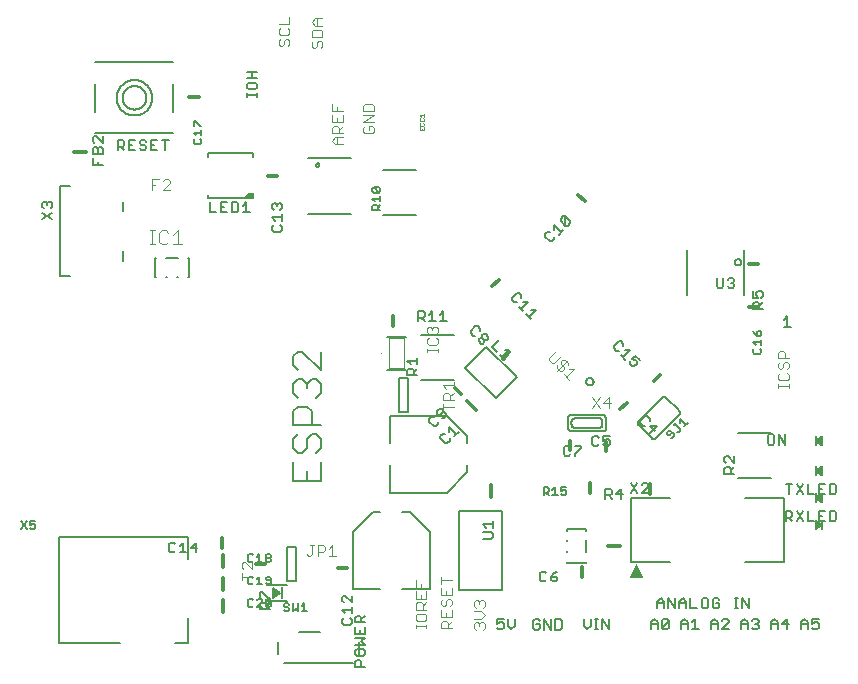
<source format=gbr>
G04 EAGLE Gerber RS-274X export*
G75*
%MOMM*%
%FSLAX34Y34*%
%LPD*%
%INSilkscreen Top*%
%IPPOS*%
%AMOC8*
5,1,8,0,0,1.08239X$1,22.5*%
G01*
%ADD10C,0.127000*%
%ADD11C,0.152400*%
%ADD12C,0.101600*%
%ADD13C,0.203200*%
%ADD14C,0.304800*%
%ADD15R,0.190500X0.889000*%
%ADD16R,0.200000X1.000000*%
%ADD17C,0.177800*%
%ADD18C,0.076200*%
%ADD19C,0.010000*%
%ADD20C,0.075000*%
%ADD21C,0.025400*%

G36*
X493738Y87653D02*
X493738Y87653D01*
X493837Y87667D01*
X493848Y87673D01*
X493861Y87675D01*
X493947Y87726D01*
X494034Y87773D01*
X494043Y87783D01*
X494054Y87790D01*
X494117Y87867D01*
X494183Y87942D01*
X494187Y87954D01*
X494195Y87964D01*
X494227Y88058D01*
X494263Y88151D01*
X494263Y88164D01*
X494267Y88176D01*
X494264Y88275D01*
X494265Y88375D01*
X494261Y88389D01*
X494261Y88401D01*
X494243Y88444D01*
X494207Y88554D01*
X489207Y98554D01*
X489181Y98589D01*
X489162Y98630D01*
X489114Y98679D01*
X489073Y98733D01*
X489036Y98758D01*
X489004Y98789D01*
X488942Y98818D01*
X488885Y98855D01*
X488841Y98865D01*
X488801Y98884D01*
X488733Y98889D01*
X488666Y98904D01*
X488621Y98898D01*
X488577Y98901D01*
X488511Y98882D01*
X488443Y98873D01*
X488404Y98852D01*
X488361Y98840D01*
X488306Y98799D01*
X488246Y98767D01*
X488216Y98733D01*
X488180Y98707D01*
X488131Y98636D01*
X488097Y98598D01*
X488089Y98577D01*
X488073Y98554D01*
X483073Y88554D01*
X483045Y88458D01*
X483013Y88364D01*
X483013Y88351D01*
X483009Y88338D01*
X483016Y88239D01*
X483019Y88139D01*
X483024Y88128D01*
X483025Y88115D01*
X483066Y88024D01*
X483104Y87932D01*
X483112Y87922D01*
X483118Y87910D01*
X483188Y87839D01*
X483255Y87766D01*
X483267Y87760D01*
X483276Y87751D01*
X483366Y87709D01*
X483455Y87663D01*
X483469Y87661D01*
X483479Y87656D01*
X483526Y87653D01*
X483640Y87636D01*
X493640Y87636D01*
X493738Y87653D01*
G37*
G36*
X640391Y127768D02*
X640391Y127768D01*
X640409Y127766D01*
X640511Y127794D01*
X640614Y127816D01*
X640629Y127825D01*
X640646Y127830D01*
X640791Y127915D01*
X645871Y131725D01*
X645874Y131728D01*
X645878Y131730D01*
X645959Y131817D01*
X646041Y131902D01*
X646043Y131906D01*
X646046Y131909D01*
X646096Y132018D01*
X646146Y132125D01*
X646146Y132129D01*
X646148Y132133D01*
X646161Y132251D01*
X646174Y132369D01*
X646174Y132373D01*
X646174Y132378D01*
X646148Y132494D01*
X646124Y132610D01*
X646121Y132614D01*
X646120Y132618D01*
X646059Y132720D01*
X645999Y132822D01*
X645995Y132825D01*
X645993Y132828D01*
X645871Y132943D01*
X640791Y136753D01*
X640775Y136761D01*
X640762Y136774D01*
X640747Y136781D01*
X640739Y136787D01*
X640689Y136807D01*
X640666Y136818D01*
X640573Y136867D01*
X640555Y136870D01*
X640539Y136877D01*
X640434Y136889D01*
X640330Y136905D01*
X640312Y136902D01*
X640295Y136904D01*
X640192Y136882D01*
X640087Y136864D01*
X640072Y136856D01*
X640054Y136852D01*
X639964Y136798D01*
X639871Y136748D01*
X639858Y136735D01*
X639843Y136726D01*
X639774Y136646D01*
X639702Y136569D01*
X639695Y136552D01*
X639683Y136539D01*
X639644Y136441D01*
X639600Y136345D01*
X639598Y136327D01*
X639591Y136311D01*
X639573Y136144D01*
X639573Y128524D01*
X639576Y128506D01*
X639574Y128489D01*
X639595Y128385D01*
X639613Y128281D01*
X639621Y128266D01*
X639625Y128248D01*
X639678Y128157D01*
X639728Y128064D01*
X639740Y128052D01*
X639750Y128036D01*
X639829Y127967D01*
X639906Y127895D01*
X639922Y127887D01*
X639936Y127875D01*
X640033Y127835D01*
X640129Y127791D01*
X640147Y127789D01*
X640163Y127782D01*
X640269Y127775D01*
X640373Y127764D01*
X640391Y127768D01*
G37*
G36*
X645436Y198886D02*
X645436Y198886D01*
X645453Y198884D01*
X645556Y198906D01*
X645661Y198924D01*
X645676Y198932D01*
X645694Y198936D01*
X645784Y198990D01*
X645878Y199040D01*
X645890Y199053D01*
X645905Y199062D01*
X645974Y199142D01*
X646046Y199219D01*
X646053Y199236D01*
X646065Y199249D01*
X646104Y199347D01*
X646148Y199443D01*
X646150Y199461D01*
X646157Y199477D01*
X646175Y199644D01*
X646175Y207264D01*
X646173Y207281D01*
X646174Y207296D01*
X646174Y207299D01*
X646153Y207403D01*
X646136Y207507D01*
X646127Y207522D01*
X646124Y207540D01*
X646070Y207631D01*
X646020Y207724D01*
X646008Y207736D01*
X645999Y207752D01*
X645919Y207821D01*
X645842Y207894D01*
X645826Y207901D01*
X645812Y207913D01*
X645715Y207953D01*
X645619Y207997D01*
X645601Y207999D01*
X645585Y208006D01*
X645479Y208013D01*
X645375Y208024D01*
X645357Y208020D01*
X645339Y208022D01*
X645237Y207994D01*
X645164Y207978D01*
X645161Y207978D01*
X645134Y207972D01*
X645119Y207963D01*
X645102Y207958D01*
X644957Y207873D01*
X639877Y204063D01*
X639874Y204060D01*
X639871Y204058D01*
X639789Y203971D01*
X639707Y203886D01*
X639705Y203882D01*
X639702Y203879D01*
X639652Y203770D01*
X639602Y203663D01*
X639602Y203659D01*
X639600Y203655D01*
X639587Y203537D01*
X639574Y203419D01*
X639574Y203415D01*
X639574Y203410D01*
X639600Y203294D01*
X639625Y203178D01*
X639627Y203174D01*
X639628Y203170D01*
X639689Y203068D01*
X639750Y202966D01*
X639753Y202963D01*
X639755Y202960D01*
X639877Y202845D01*
X644957Y199035D01*
X644973Y199027D01*
X644986Y199015D01*
X645082Y198970D01*
X645175Y198921D01*
X645193Y198918D01*
X645209Y198911D01*
X645314Y198899D01*
X645418Y198883D01*
X645436Y198886D01*
G37*
G36*
X645436Y173486D02*
X645436Y173486D01*
X645453Y173484D01*
X645556Y173506D01*
X645661Y173524D01*
X645676Y173532D01*
X645694Y173536D01*
X645784Y173590D01*
X645878Y173640D01*
X645890Y173653D01*
X645905Y173662D01*
X645974Y173742D01*
X646046Y173819D01*
X646053Y173836D01*
X646065Y173849D01*
X646104Y173947D01*
X646148Y174043D01*
X646150Y174061D01*
X646157Y174077D01*
X646175Y174244D01*
X646175Y181864D01*
X646173Y181881D01*
X646174Y181896D01*
X646174Y181899D01*
X646153Y182003D01*
X646136Y182107D01*
X646127Y182122D01*
X646124Y182140D01*
X646070Y182231D01*
X646020Y182324D01*
X646008Y182336D01*
X645999Y182352D01*
X645919Y182421D01*
X645842Y182494D01*
X645826Y182501D01*
X645812Y182513D01*
X645715Y182553D01*
X645619Y182597D01*
X645601Y182599D01*
X645585Y182606D01*
X645479Y182613D01*
X645375Y182624D01*
X645357Y182620D01*
X645339Y182622D01*
X645237Y182594D01*
X645164Y182578D01*
X645161Y182578D01*
X645134Y182572D01*
X645119Y182563D01*
X645102Y182558D01*
X644957Y182473D01*
X639877Y178663D01*
X639874Y178660D01*
X639871Y178658D01*
X639789Y178571D01*
X639707Y178486D01*
X639705Y178482D01*
X639702Y178479D01*
X639652Y178370D01*
X639602Y178263D01*
X639602Y178259D01*
X639600Y178255D01*
X639587Y178137D01*
X639574Y178019D01*
X639574Y178015D01*
X639574Y178010D01*
X639600Y177894D01*
X639625Y177778D01*
X639627Y177774D01*
X639628Y177770D01*
X639689Y177668D01*
X639750Y177566D01*
X639753Y177563D01*
X639755Y177560D01*
X639877Y177445D01*
X644957Y173635D01*
X644973Y173627D01*
X644986Y173615D01*
X645082Y173570D01*
X645175Y173521D01*
X645193Y173518D01*
X645209Y173511D01*
X645314Y173499D01*
X645418Y173483D01*
X645436Y173486D01*
G37*
G36*
X645436Y150626D02*
X645436Y150626D01*
X645453Y150624D01*
X645556Y150646D01*
X645661Y150664D01*
X645676Y150672D01*
X645694Y150676D01*
X645784Y150730D01*
X645878Y150780D01*
X645890Y150793D01*
X645905Y150802D01*
X645974Y150882D01*
X646046Y150959D01*
X646053Y150976D01*
X646065Y150989D01*
X646104Y151087D01*
X646148Y151183D01*
X646150Y151201D01*
X646157Y151217D01*
X646175Y151384D01*
X646175Y159004D01*
X646173Y159021D01*
X646174Y159036D01*
X646174Y159039D01*
X646153Y159143D01*
X646136Y159247D01*
X646127Y159262D01*
X646124Y159280D01*
X646070Y159371D01*
X646020Y159464D01*
X646008Y159476D01*
X645999Y159492D01*
X645919Y159561D01*
X645842Y159634D01*
X645826Y159641D01*
X645812Y159653D01*
X645715Y159693D01*
X645619Y159737D01*
X645601Y159739D01*
X645585Y159746D01*
X645479Y159753D01*
X645375Y159764D01*
X645357Y159760D01*
X645339Y159762D01*
X645237Y159734D01*
X645164Y159718D01*
X645161Y159718D01*
X645134Y159712D01*
X645119Y159703D01*
X645102Y159698D01*
X644957Y159613D01*
X639877Y155803D01*
X639874Y155800D01*
X639871Y155798D01*
X639789Y155711D01*
X639707Y155626D01*
X639705Y155622D01*
X639702Y155619D01*
X639652Y155510D01*
X639602Y155403D01*
X639602Y155399D01*
X639600Y155395D01*
X639587Y155277D01*
X639574Y155159D01*
X639574Y155155D01*
X639574Y155150D01*
X639600Y155034D01*
X639625Y154918D01*
X639627Y154914D01*
X639628Y154910D01*
X639689Y154808D01*
X639750Y154706D01*
X639753Y154703D01*
X639755Y154700D01*
X639877Y154585D01*
X644957Y150775D01*
X644973Y150767D01*
X644986Y150755D01*
X645082Y150710D01*
X645175Y150661D01*
X645193Y150658D01*
X645209Y150651D01*
X645314Y150639D01*
X645418Y150623D01*
X645436Y150626D01*
G37*
G36*
X163895Y408317D02*
X163895Y408317D01*
X163961Y408319D01*
X164004Y408337D01*
X164051Y408345D01*
X164108Y408379D01*
X164168Y408404D01*
X164203Y408435D01*
X164244Y408460D01*
X164286Y408511D01*
X164334Y408555D01*
X164356Y408597D01*
X164385Y408634D01*
X164406Y408696D01*
X164437Y408755D01*
X164445Y408809D01*
X164457Y408846D01*
X164456Y408886D01*
X164464Y408940D01*
X164464Y412750D01*
X164453Y412815D01*
X164451Y412881D01*
X164433Y412924D01*
X164425Y412971D01*
X164391Y413028D01*
X164366Y413088D01*
X164335Y413123D01*
X164310Y413164D01*
X164259Y413206D01*
X164215Y413254D01*
X164173Y413276D01*
X164136Y413305D01*
X164074Y413326D01*
X164015Y413357D01*
X163961Y413365D01*
X163924Y413377D01*
X163884Y413376D01*
X163830Y413384D01*
X160020Y413384D01*
X159978Y413377D01*
X159936Y413379D01*
X159869Y413357D01*
X159799Y413345D01*
X159763Y413323D01*
X159722Y413310D01*
X159649Y413256D01*
X159606Y413230D01*
X159603Y413227D01*
X159601Y413226D01*
X159591Y413213D01*
X159572Y413198D01*
X155762Y409388D01*
X155711Y409315D01*
X155655Y409246D01*
X155647Y409224D01*
X155633Y409204D01*
X155611Y409118D01*
X155583Y409034D01*
X155583Y409010D01*
X155578Y408987D01*
X155587Y408898D01*
X155589Y408809D01*
X155598Y408787D01*
X155601Y408764D01*
X155640Y408684D01*
X155674Y408602D01*
X155690Y408584D01*
X155700Y408563D01*
X155765Y408502D01*
X155825Y408436D01*
X155846Y408425D01*
X155863Y408409D01*
X155945Y408374D01*
X156025Y408333D01*
X156051Y408330D01*
X156070Y408321D01*
X156120Y408319D01*
X156210Y408306D01*
X163830Y408306D01*
X163895Y408317D01*
G37*
G36*
X182195Y71669D02*
X182195Y71669D01*
X182266Y71667D01*
X182336Y71686D01*
X182407Y71694D01*
X182462Y71719D01*
X182541Y71739D01*
X182644Y71800D01*
X182713Y71831D01*
X185713Y73831D01*
X185800Y73908D01*
X185890Y73981D01*
X185905Y74003D01*
X185925Y74021D01*
X185987Y74118D01*
X186054Y74213D01*
X186062Y74239D01*
X186077Y74261D01*
X186109Y74372D01*
X186147Y74482D01*
X186148Y74509D01*
X186155Y74534D01*
X186155Y74650D01*
X186161Y74766D01*
X186155Y74792D01*
X186155Y74819D01*
X186123Y74930D01*
X186097Y75043D01*
X186084Y75066D01*
X186076Y75092D01*
X186014Y75190D01*
X185958Y75291D01*
X185940Y75307D01*
X185925Y75332D01*
X185717Y75517D01*
X185713Y75521D01*
X182713Y77521D01*
X182649Y77552D01*
X182589Y77592D01*
X182521Y77613D01*
X182457Y77644D01*
X182386Y77656D01*
X182318Y77677D01*
X182247Y77679D01*
X182177Y77691D01*
X182105Y77683D01*
X182034Y77685D01*
X181965Y77667D01*
X181894Y77658D01*
X181828Y77631D01*
X181759Y77613D01*
X181698Y77576D01*
X181632Y77549D01*
X181576Y77504D01*
X181514Y77468D01*
X181465Y77416D01*
X181410Y77371D01*
X181369Y77313D01*
X181320Y77260D01*
X181287Y77197D01*
X181246Y77139D01*
X181223Y77071D01*
X181190Y77007D01*
X181180Y76948D01*
X181153Y76870D01*
X181147Y76751D01*
X181135Y76676D01*
X181135Y72676D01*
X181145Y72605D01*
X181145Y72533D01*
X181165Y72465D01*
X181175Y72395D01*
X181204Y72329D01*
X181224Y72260D01*
X181262Y72200D01*
X181291Y72135D01*
X181337Y72080D01*
X181375Y72020D01*
X181429Y71972D01*
X181475Y71918D01*
X181534Y71878D01*
X181588Y71831D01*
X181652Y71800D01*
X181711Y71761D01*
X181780Y71739D01*
X181844Y71708D01*
X181914Y71696D01*
X181982Y71675D01*
X182054Y71673D01*
X182125Y71661D01*
X182195Y71669D01*
G37*
D10*
X376137Y52713D02*
X370205Y52713D01*
X370205Y48264D01*
X373171Y49747D01*
X374654Y49747D01*
X376137Y48264D01*
X376137Y45298D01*
X374654Y43815D01*
X371688Y43815D01*
X370205Y45298D01*
X379560Y46781D02*
X379560Y52713D01*
X379560Y46781D02*
X382526Y43815D01*
X385492Y46781D01*
X385492Y52713D01*
X500521Y49869D02*
X500521Y43937D01*
X500521Y49869D02*
X503487Y52835D01*
X506453Y49869D01*
X506453Y43937D01*
X506453Y48386D02*
X500521Y48386D01*
X509876Y45420D02*
X509876Y51352D01*
X511359Y52835D01*
X514325Y52835D01*
X515808Y51352D01*
X515808Y45420D01*
X514325Y43937D01*
X511359Y43937D01*
X509876Y45420D01*
X515808Y51352D01*
D11*
X506222Y61722D02*
X506222Y67484D01*
X509103Y70365D01*
X511984Y67484D01*
X511984Y61722D01*
X511984Y66044D02*
X506222Y66044D01*
X515577Y70365D02*
X515577Y61722D01*
X521339Y61722D02*
X515577Y70365D01*
X521339Y70365D02*
X521339Y61722D01*
X524932Y61722D02*
X524932Y67484D01*
X527814Y70365D01*
X530695Y67484D01*
X530695Y61722D01*
X530695Y66044D02*
X524932Y66044D01*
X534288Y70365D02*
X534288Y61722D01*
X540050Y61722D01*
X545083Y70365D02*
X547964Y70365D01*
X545083Y70365D02*
X543643Y68925D01*
X543643Y63163D01*
X545083Y61722D01*
X547964Y61722D01*
X549405Y63163D01*
X549405Y68925D01*
X547964Y70365D01*
X557320Y70365D02*
X558760Y68925D01*
X557320Y70365D02*
X554439Y70365D01*
X552998Y68925D01*
X552998Y63163D01*
X554439Y61722D01*
X557320Y61722D01*
X558760Y63163D01*
X558760Y66044D01*
X555879Y66044D01*
X571708Y61722D02*
X574589Y61722D01*
X573149Y61722D02*
X573149Y70365D01*
X574589Y70365D02*
X571708Y70365D01*
X577945Y70365D02*
X577945Y61722D01*
X583707Y61722D02*
X577945Y70365D01*
X583707Y70365D02*
X583707Y61722D01*
D12*
X239820Y454709D02*
X233719Y454709D01*
X230668Y457760D01*
X233719Y460810D01*
X239820Y460810D01*
X235244Y460810D02*
X235244Y454709D01*
X239820Y464064D02*
X230668Y464064D01*
X230668Y468640D01*
X232194Y470166D01*
X235244Y470166D01*
X236769Y468640D01*
X236769Y464064D01*
X236769Y467115D02*
X239820Y470166D01*
X230668Y473420D02*
X230668Y479521D01*
X230668Y473420D02*
X239820Y473420D01*
X239820Y479521D01*
X235244Y476470D02*
X235244Y473420D01*
X239820Y482775D02*
X230668Y482775D01*
X230668Y488876D01*
X235244Y485825D02*
X235244Y482775D01*
D11*
X613226Y305968D02*
X616107Y308849D01*
X616107Y300206D01*
X613226Y300206D02*
X618988Y300206D01*
D12*
X258756Y469912D02*
X257230Y468386D01*
X257230Y465336D01*
X258756Y463810D01*
X264857Y463810D01*
X266382Y465336D01*
X266382Y468386D01*
X264857Y469912D01*
X261806Y469912D01*
X261806Y466861D01*
X266382Y473166D02*
X257230Y473166D01*
X266382Y479267D01*
X257230Y479267D01*
X257230Y482521D02*
X266382Y482521D01*
X266382Y487097D01*
X264857Y488622D01*
X258756Y488622D01*
X257230Y487097D01*
X257230Y482521D01*
X323080Y44958D02*
X332232Y44958D01*
X323080Y44958D02*
X323080Y49534D01*
X324606Y51059D01*
X327656Y51059D01*
X329181Y49534D01*
X329181Y44958D01*
X329181Y48009D02*
X332232Y51059D01*
X323080Y54313D02*
X323080Y60414D01*
X323080Y54313D02*
X332232Y54313D01*
X332232Y60414D01*
X327656Y57364D02*
X327656Y54313D01*
X323080Y68244D02*
X324606Y69770D01*
X323080Y68244D02*
X323080Y65194D01*
X324606Y63668D01*
X326131Y63668D01*
X327656Y65194D01*
X327656Y68244D01*
X329181Y69770D01*
X330707Y69770D01*
X332232Y68244D01*
X332232Y65194D01*
X330707Y63668D01*
X323080Y73024D02*
X323080Y79125D01*
X323080Y73024D02*
X332232Y73024D01*
X332232Y79125D01*
X327656Y76074D02*
X327656Y73024D01*
X332232Y85429D02*
X323080Y85429D01*
X323080Y82379D02*
X323080Y88480D01*
X351020Y45213D02*
X352546Y43688D01*
X351020Y45213D02*
X351020Y48264D01*
X352546Y49789D01*
X354071Y49789D01*
X355596Y48264D01*
X355596Y46739D01*
X355596Y48264D02*
X357121Y49789D01*
X358647Y49789D01*
X360172Y48264D01*
X360172Y45213D01*
X358647Y43688D01*
X357121Y53043D02*
X351020Y53043D01*
X357121Y53043D02*
X360172Y56094D01*
X357121Y59144D01*
X351020Y59144D01*
X352546Y62398D02*
X351020Y63924D01*
X351020Y66974D01*
X352546Y68500D01*
X354071Y68500D01*
X355596Y66974D01*
X355596Y65449D01*
X355596Y66974D02*
X357121Y68500D01*
X358647Y68500D01*
X360172Y66974D01*
X360172Y63924D01*
X358647Y62398D01*
D10*
X525921Y49869D02*
X525921Y43937D01*
X525921Y49869D02*
X528887Y52835D01*
X531853Y49869D01*
X531853Y43937D01*
X531853Y48386D02*
X525921Y48386D01*
X535276Y49869D02*
X538242Y52835D01*
X538242Y43937D01*
X535276Y43937D02*
X541208Y43937D01*
X551321Y43937D02*
X551321Y49869D01*
X554287Y52835D01*
X557253Y49869D01*
X557253Y43937D01*
X557253Y48386D02*
X551321Y48386D01*
X560676Y43937D02*
X566608Y43937D01*
X560676Y43937D02*
X566608Y49869D01*
X566608Y51352D01*
X565125Y52835D01*
X562159Y52835D01*
X560676Y51352D01*
X576721Y49869D02*
X576721Y43937D01*
X576721Y49869D02*
X579687Y52835D01*
X582653Y49869D01*
X582653Y43937D01*
X582653Y48386D02*
X576721Y48386D01*
X586076Y51352D02*
X587559Y52835D01*
X590525Y52835D01*
X592008Y51352D01*
X592008Y49869D01*
X590525Y48386D01*
X589042Y48386D01*
X590525Y48386D02*
X592008Y46903D01*
X592008Y45420D01*
X590525Y43937D01*
X587559Y43937D01*
X586076Y45420D01*
X602121Y43937D02*
X602121Y49869D01*
X605087Y52835D01*
X608053Y49869D01*
X608053Y43937D01*
X608053Y48386D02*
X602121Y48386D01*
X615925Y43937D02*
X615925Y52835D01*
X611476Y48386D01*
X617408Y48386D01*
X627521Y49869D02*
X627521Y43937D01*
X627521Y49869D02*
X630487Y52835D01*
X633453Y49869D01*
X633453Y43937D01*
X633453Y48386D02*
X627521Y48386D01*
X636876Y52835D02*
X642808Y52835D01*
X636876Y52835D02*
X636876Y48386D01*
X639842Y49869D01*
X641325Y49869D01*
X642808Y48386D01*
X642808Y45420D01*
X641325Y43937D01*
X638359Y43937D01*
X636876Y45420D01*
X443865Y46781D02*
X443865Y52713D01*
X443865Y46781D02*
X446831Y43815D01*
X449797Y46781D01*
X449797Y52713D01*
X453220Y43815D02*
X456186Y43815D01*
X454703Y43815D02*
X454703Y52713D01*
X453220Y52713D02*
X456186Y52713D01*
X459457Y52713D02*
X459457Y43815D01*
X465389Y43815D02*
X459457Y52713D01*
X465389Y52713D02*
X465389Y43815D01*
X406701Y51098D02*
X405218Y52581D01*
X402252Y52581D01*
X400769Y51098D01*
X400769Y45166D01*
X402252Y43683D01*
X405218Y43683D01*
X406701Y45166D01*
X406701Y48132D01*
X403735Y48132D01*
X410124Y43683D02*
X410124Y52581D01*
X416056Y43683D01*
X416056Y52581D01*
X419479Y52581D02*
X419479Y43683D01*
X423928Y43683D01*
X425411Y45166D01*
X425411Y51098D01*
X423928Y52581D01*
X419479Y52581D01*
D12*
X310642Y48009D02*
X310642Y44958D01*
X310642Y46483D02*
X301490Y46483D01*
X301490Y44958D02*
X301490Y48009D01*
X301490Y52720D02*
X301490Y55771D01*
X301490Y52720D02*
X303016Y51195D01*
X309117Y51195D01*
X310642Y52720D01*
X310642Y55771D01*
X309117Y57296D01*
X303016Y57296D01*
X301490Y55771D01*
X301490Y60550D02*
X310642Y60550D01*
X301490Y60550D02*
X301490Y65126D01*
X303016Y66651D01*
X306066Y66651D01*
X307591Y65126D01*
X307591Y60550D01*
X307591Y63601D02*
X310642Y66651D01*
X301490Y69905D02*
X301490Y76006D01*
X301490Y69905D02*
X310642Y69905D01*
X310642Y76006D01*
X306066Y72956D02*
X306066Y69905D01*
X310642Y79260D02*
X301490Y79260D01*
X301490Y85362D01*
X306066Y82311D02*
X306066Y79260D01*
X213562Y540892D02*
X215088Y542417D01*
X213562Y540892D02*
X213562Y537841D01*
X215088Y536316D01*
X216613Y536316D01*
X218138Y537841D01*
X218138Y540892D01*
X219663Y542417D01*
X221189Y542417D01*
X222714Y540892D01*
X222714Y537841D01*
X221189Y536316D01*
X222714Y545671D02*
X213562Y545671D01*
X222714Y545671D02*
X222714Y550247D01*
X221189Y551772D01*
X215088Y551772D01*
X213562Y550247D01*
X213562Y545671D01*
X216613Y555026D02*
X222714Y555026D01*
X216613Y555026D02*
X213562Y558077D01*
X216613Y561128D01*
X222714Y561128D01*
X218138Y561128D02*
X218138Y555026D01*
X187148Y543687D02*
X185622Y542162D01*
X185622Y539111D01*
X187148Y537586D01*
X188673Y537586D01*
X190198Y539111D01*
X190198Y542162D01*
X191723Y543687D01*
X193249Y543687D01*
X194774Y542162D01*
X194774Y539111D01*
X193249Y537586D01*
X185622Y551517D02*
X187148Y553042D01*
X185622Y551517D02*
X185622Y548466D01*
X187148Y546941D01*
X193249Y546941D01*
X194774Y548466D01*
X194774Y551517D01*
X193249Y553042D01*
X194774Y556296D02*
X185622Y556296D01*
X194774Y556296D02*
X194774Y562398D01*
D13*
X197846Y185518D02*
X197846Y169926D01*
X221234Y169926D01*
X221234Y185518D01*
X209540Y177722D02*
X209540Y169926D01*
X197846Y205008D02*
X201744Y208906D01*
X197846Y205008D02*
X197846Y197212D01*
X201744Y193314D01*
X205642Y193314D01*
X209540Y197212D01*
X209540Y205008D01*
X213438Y208906D01*
X217336Y208906D01*
X221234Y205008D01*
X221234Y197212D01*
X217336Y193314D01*
X221234Y216702D02*
X197846Y216702D01*
X197846Y228396D01*
X201744Y232294D01*
X209540Y232294D01*
X213438Y228396D01*
X213438Y216702D01*
X201744Y240090D02*
X197846Y243988D01*
X197846Y251784D01*
X201744Y255682D01*
X205642Y255682D01*
X209540Y251784D01*
X209540Y247886D01*
X209540Y251784D02*
X213438Y255682D01*
X217336Y255682D01*
X221234Y251784D01*
X221234Y243988D01*
X217336Y240090D01*
X221234Y263478D02*
X221234Y279070D01*
X221234Y263478D02*
X205642Y279070D01*
X201744Y279070D01*
X197846Y275172D01*
X197846Y267376D01*
X201744Y263478D01*
D12*
X617352Y251579D02*
X617352Y248528D01*
X617352Y250053D02*
X608200Y250053D01*
X608200Y248528D02*
X608200Y251579D01*
X608200Y259341D02*
X609726Y260866D01*
X608200Y259341D02*
X608200Y256290D01*
X609726Y254765D01*
X615827Y254765D01*
X617352Y256290D01*
X617352Y259341D01*
X615827Y260866D01*
X608200Y268696D02*
X609726Y270221D01*
X608200Y268696D02*
X608200Y265645D01*
X609726Y264120D01*
X611251Y264120D01*
X612776Y265645D01*
X612776Y268696D01*
X614301Y270221D01*
X615827Y270221D01*
X617352Y268696D01*
X617352Y265645D01*
X615827Y264120D01*
X617352Y273475D02*
X608200Y273475D01*
X608200Y278051D01*
X609726Y279576D01*
X612776Y279576D01*
X614301Y278051D01*
X614301Y273475D01*
D14*
X365760Y166370D02*
X365760Y156210D01*
D13*
X271424Y77990D02*
X248424Y77990D01*
X248424Y125990D01*
X265424Y142990D01*
X271424Y142990D01*
X290424Y142990D02*
X296424Y142990D01*
X313424Y125990D01*
X313424Y77990D01*
X290424Y77990D01*
X280174Y201778D02*
X280174Y224778D01*
X328174Y224778D01*
X345174Y207778D01*
X345174Y201778D01*
X345174Y182778D02*
X345174Y176778D01*
X328174Y159778D01*
X280174Y159778D01*
X280174Y182778D01*
D15*
X640517Y203454D03*
D11*
X603847Y209049D02*
X600966Y209049D01*
X599526Y207609D01*
X599526Y201847D01*
X600966Y200406D01*
X603847Y200406D01*
X605288Y201847D01*
X605288Y207609D01*
X603847Y209049D01*
X608881Y209049D02*
X608881Y200406D01*
X614643Y200406D02*
X608881Y209049D01*
X614643Y209049D02*
X614643Y200406D01*
D13*
X192880Y67676D02*
X175420Y67676D01*
X175420Y81676D02*
X192880Y81676D01*
X187150Y74676D02*
X181150Y70676D01*
X181150Y78676D01*
X187150Y74676D01*
D16*
X188150Y74676D03*
D15*
X645232Y132334D03*
D14*
X474980Y114300D02*
X464820Y114300D01*
D11*
X446250Y100080D02*
X430050Y100080D01*
X430050Y128520D02*
X446250Y128520D01*
X446250Y119520D02*
X446250Y109080D01*
X430050Y118580D02*
X430050Y119520D01*
X430050Y110020D02*
X430050Y109080D01*
X430050Y127580D02*
X430050Y128520D01*
X430050Y101020D02*
X430050Y100080D01*
X446250Y100080D02*
X446250Y101020D01*
X446250Y127580D02*
X446250Y128520D01*
D13*
X374616Y143990D02*
X338616Y143990D01*
X338616Y76990D02*
X374616Y76990D01*
X374616Y143990D01*
X338616Y143270D02*
X338616Y103250D01*
X338616Y102490D02*
X338616Y77710D01*
D17*
X358768Y120609D02*
X365759Y120609D01*
X367157Y122007D01*
X367157Y124803D01*
X365759Y126201D01*
X358768Y126201D01*
X361564Y129964D02*
X358768Y132760D01*
X367157Y132760D01*
X367157Y129964D02*
X367157Y135557D01*
D14*
X243776Y95504D02*
X235776Y95504D01*
D17*
X240786Y53600D02*
X239388Y52202D01*
X239388Y49406D01*
X240786Y48007D01*
X246379Y48007D01*
X247777Y49406D01*
X247777Y52202D01*
X246379Y53600D01*
X242184Y57363D02*
X239388Y60159D01*
X247777Y60159D01*
X247777Y57363D02*
X247777Y62955D01*
X247777Y66718D02*
X247777Y72311D01*
X247777Y66718D02*
X242184Y72311D01*
X240786Y72311D01*
X239388Y70912D01*
X239388Y68116D01*
X240786Y66718D01*
D14*
X184340Y427990D02*
X176340Y427990D01*
D17*
X181350Y386086D02*
X179952Y384688D01*
X179952Y381892D01*
X181350Y380493D01*
X186943Y380493D01*
X188341Y381892D01*
X188341Y384688D01*
X186943Y386086D01*
X182748Y389849D02*
X179952Y392645D01*
X188341Y392645D01*
X188341Y389849D02*
X188341Y395441D01*
X181350Y399204D02*
X179952Y400602D01*
X179952Y403398D01*
X181350Y404797D01*
X182748Y404797D01*
X184146Y403398D01*
X184146Y402000D01*
X184146Y403398D02*
X185545Y404797D01*
X186943Y404797D01*
X188341Y403398D01*
X188341Y400602D01*
X186943Y399204D01*
D11*
X193040Y113792D02*
X193040Y84836D01*
X193040Y113792D02*
X200660Y113792D01*
X200660Y84836D01*
X193040Y84836D01*
D12*
X163322Y88649D02*
X154170Y88649D01*
X154170Y91699D02*
X154170Y85598D01*
X163322Y94953D02*
X163322Y101054D01*
X163322Y94953D02*
X157221Y101054D01*
X155696Y101054D01*
X154170Y99529D01*
X154170Y96478D01*
X155696Y94953D01*
D14*
X166180Y99060D02*
X174180Y99060D01*
D17*
X178181Y60919D02*
X169792Y60919D01*
X169792Y65113D01*
X171190Y66511D01*
X173986Y66511D01*
X175385Y65113D01*
X175385Y60919D01*
X175385Y63715D02*
X178181Y66511D01*
X169792Y70274D02*
X169792Y75867D01*
X171190Y75867D01*
X176783Y70274D01*
X178181Y70274D01*
D10*
X54180Y398000D02*
X54180Y406000D01*
X54180Y364000D02*
X54180Y356000D01*
X9180Y419000D02*
X180Y419000D01*
X180Y343000D01*
X9180Y343000D01*
D17*
X-14458Y390959D02*
X-6069Y396551D01*
X-6069Y390959D02*
X-14458Y396551D01*
X-13060Y400314D02*
X-14458Y401712D01*
X-14458Y404508D01*
X-13060Y405907D01*
X-11662Y405907D01*
X-10264Y404508D01*
X-10264Y403110D01*
X-10264Y404508D02*
X-8865Y405907D01*
X-7467Y405907D01*
X-6069Y404508D01*
X-6069Y401712D01*
X-7467Y400314D01*
D15*
X640517Y178054D03*
D17*
X617563Y167012D02*
X617563Y158623D01*
X614767Y167012D02*
X620360Y167012D01*
X624122Y167012D02*
X629715Y158623D01*
X624122Y158623D02*
X629715Y167012D01*
X633477Y167012D02*
X633477Y158623D01*
X639070Y158623D01*
X642833Y167012D02*
X648425Y167012D01*
X642833Y167012D02*
X642833Y158623D01*
X648425Y158623D01*
X645629Y162818D02*
X642833Y162818D01*
X652188Y167012D02*
X652188Y158623D01*
X656382Y158623D01*
X657781Y160021D01*
X657781Y165614D01*
X656382Y167012D01*
X652188Y167012D01*
D15*
X640517Y155194D03*
D17*
X614767Y144152D02*
X614767Y135763D01*
X614767Y144152D02*
X618962Y144152D01*
X620360Y142754D01*
X620360Y139958D01*
X618962Y138559D01*
X614767Y138559D01*
X617563Y138559D02*
X620360Y135763D01*
X624122Y144152D02*
X629715Y135763D01*
X624122Y135763D02*
X629715Y144152D01*
X633477Y144152D02*
X633477Y135763D01*
X639070Y135763D01*
X642833Y144152D02*
X648425Y144152D01*
X642833Y144152D02*
X642833Y135763D01*
X648425Y135763D01*
X645629Y139958D02*
X642833Y139958D01*
X652188Y144152D02*
X652188Y135763D01*
X656382Y135763D01*
X657781Y137161D01*
X657781Y142754D01*
X656382Y144152D01*
X652188Y144152D01*
D18*
X78105Y415671D02*
X78105Y425077D01*
X84376Y425077D01*
X81240Y420374D02*
X78105Y420374D01*
X87460Y415671D02*
X93731Y415671D01*
X87460Y415671D02*
X93731Y421942D01*
X93731Y423509D01*
X92163Y425077D01*
X89028Y425077D01*
X87460Y423509D01*
D13*
X96500Y464030D02*
X30500Y464030D01*
X30500Y524030D02*
X96500Y524030D01*
X96500Y506030D02*
X96500Y482030D01*
X30500Y482030D02*
X30500Y506030D01*
X48467Y494030D02*
X48472Y494399D01*
X48485Y494768D01*
X48508Y495136D01*
X48539Y495503D01*
X48580Y495870D01*
X48630Y496236D01*
X48688Y496600D01*
X48756Y496963D01*
X48832Y497324D01*
X48918Y497683D01*
X49012Y498039D01*
X49114Y498394D01*
X49226Y498746D01*
X49346Y499094D01*
X49474Y499440D01*
X49611Y499783D01*
X49757Y500122D01*
X49910Y500457D01*
X50072Y500789D01*
X50242Y501117D01*
X50420Y501440D01*
X50606Y501759D01*
X50799Y502073D01*
X51001Y502382D01*
X51209Y502686D01*
X51425Y502985D01*
X51649Y503279D01*
X51879Y503567D01*
X52117Y503849D01*
X52361Y504126D01*
X52612Y504396D01*
X52870Y504660D01*
X53134Y504918D01*
X53404Y505169D01*
X53681Y505413D01*
X53963Y505651D01*
X54251Y505881D01*
X54545Y506105D01*
X54844Y506321D01*
X55148Y506529D01*
X55457Y506731D01*
X55771Y506924D01*
X56090Y507110D01*
X56413Y507288D01*
X56741Y507458D01*
X57073Y507620D01*
X57408Y507773D01*
X57747Y507919D01*
X58090Y508056D01*
X58436Y508184D01*
X58784Y508304D01*
X59136Y508416D01*
X59491Y508518D01*
X59847Y508612D01*
X60206Y508698D01*
X60567Y508774D01*
X60930Y508842D01*
X61294Y508900D01*
X61660Y508950D01*
X62027Y508991D01*
X62394Y509022D01*
X62762Y509045D01*
X63131Y509058D01*
X63500Y509063D01*
X63869Y509058D01*
X64238Y509045D01*
X64606Y509022D01*
X64973Y508991D01*
X65340Y508950D01*
X65706Y508900D01*
X66070Y508842D01*
X66433Y508774D01*
X66794Y508698D01*
X67153Y508612D01*
X67509Y508518D01*
X67864Y508416D01*
X68216Y508304D01*
X68564Y508184D01*
X68910Y508056D01*
X69253Y507919D01*
X69592Y507773D01*
X69927Y507620D01*
X70259Y507458D01*
X70587Y507288D01*
X70910Y507110D01*
X71229Y506924D01*
X71543Y506731D01*
X71852Y506529D01*
X72156Y506321D01*
X72455Y506105D01*
X72749Y505881D01*
X73037Y505651D01*
X73319Y505413D01*
X73596Y505169D01*
X73866Y504918D01*
X74130Y504660D01*
X74388Y504396D01*
X74639Y504126D01*
X74883Y503849D01*
X75121Y503567D01*
X75351Y503279D01*
X75575Y502985D01*
X75791Y502686D01*
X75999Y502382D01*
X76201Y502073D01*
X76394Y501759D01*
X76580Y501440D01*
X76758Y501117D01*
X76928Y500789D01*
X77090Y500457D01*
X77243Y500122D01*
X77389Y499783D01*
X77526Y499440D01*
X77654Y499094D01*
X77774Y498746D01*
X77886Y498394D01*
X77988Y498039D01*
X78082Y497683D01*
X78168Y497324D01*
X78244Y496963D01*
X78312Y496600D01*
X78370Y496236D01*
X78420Y495870D01*
X78461Y495503D01*
X78492Y495136D01*
X78515Y494768D01*
X78528Y494399D01*
X78533Y494030D01*
X78528Y493661D01*
X78515Y493292D01*
X78492Y492924D01*
X78461Y492557D01*
X78420Y492190D01*
X78370Y491824D01*
X78312Y491460D01*
X78244Y491097D01*
X78168Y490736D01*
X78082Y490377D01*
X77988Y490021D01*
X77886Y489666D01*
X77774Y489314D01*
X77654Y488966D01*
X77526Y488620D01*
X77389Y488277D01*
X77243Y487938D01*
X77090Y487603D01*
X76928Y487271D01*
X76758Y486943D01*
X76580Y486620D01*
X76394Y486301D01*
X76201Y485987D01*
X75999Y485678D01*
X75791Y485374D01*
X75575Y485075D01*
X75351Y484781D01*
X75121Y484493D01*
X74883Y484211D01*
X74639Y483934D01*
X74388Y483664D01*
X74130Y483400D01*
X73866Y483142D01*
X73596Y482891D01*
X73319Y482647D01*
X73037Y482409D01*
X72749Y482179D01*
X72455Y481955D01*
X72156Y481739D01*
X71852Y481531D01*
X71543Y481329D01*
X71229Y481136D01*
X70910Y480950D01*
X70587Y480772D01*
X70259Y480602D01*
X69927Y480440D01*
X69592Y480287D01*
X69253Y480141D01*
X68910Y480004D01*
X68564Y479876D01*
X68216Y479756D01*
X67864Y479644D01*
X67509Y479542D01*
X67153Y479448D01*
X66794Y479362D01*
X66433Y479286D01*
X66070Y479218D01*
X65706Y479160D01*
X65340Y479110D01*
X64973Y479069D01*
X64606Y479038D01*
X64238Y479015D01*
X63869Y479002D01*
X63500Y478997D01*
X63131Y479002D01*
X62762Y479015D01*
X62394Y479038D01*
X62027Y479069D01*
X61660Y479110D01*
X61294Y479160D01*
X60930Y479218D01*
X60567Y479286D01*
X60206Y479362D01*
X59847Y479448D01*
X59491Y479542D01*
X59136Y479644D01*
X58784Y479756D01*
X58436Y479876D01*
X58090Y480004D01*
X57747Y480141D01*
X57408Y480287D01*
X57073Y480440D01*
X56741Y480602D01*
X56413Y480772D01*
X56090Y480950D01*
X55771Y481136D01*
X55457Y481329D01*
X55148Y481531D01*
X54844Y481739D01*
X54545Y481955D01*
X54251Y482179D01*
X53963Y482409D01*
X53681Y482647D01*
X53404Y482891D01*
X53134Y483142D01*
X52870Y483400D01*
X52612Y483664D01*
X52361Y483934D01*
X52117Y484211D01*
X51879Y484493D01*
X51649Y484781D01*
X51425Y485075D01*
X51209Y485374D01*
X51001Y485678D01*
X50799Y485987D01*
X50606Y486301D01*
X50420Y486620D01*
X50242Y486943D01*
X50072Y487271D01*
X49910Y487603D01*
X49757Y487938D01*
X49611Y488277D01*
X49474Y488620D01*
X49346Y488966D01*
X49226Y489314D01*
X49114Y489666D01*
X49012Y490021D01*
X48918Y490377D01*
X48832Y490736D01*
X48756Y491097D01*
X48688Y491460D01*
X48630Y491824D01*
X48580Y492190D01*
X48539Y492557D01*
X48508Y492924D01*
X48485Y493292D01*
X48472Y493661D01*
X48467Y494030D01*
X53500Y494030D02*
X53503Y494275D01*
X53512Y494521D01*
X53527Y494766D01*
X53548Y495010D01*
X53575Y495254D01*
X53608Y495497D01*
X53647Y495740D01*
X53692Y495981D01*
X53743Y496221D01*
X53800Y496460D01*
X53862Y496697D01*
X53931Y496933D01*
X54005Y497167D01*
X54085Y497399D01*
X54170Y497629D01*
X54261Y497857D01*
X54358Y498082D01*
X54460Y498306D01*
X54568Y498526D01*
X54681Y498744D01*
X54799Y498959D01*
X54923Y499171D01*
X55051Y499380D01*
X55185Y499586D01*
X55324Y499788D01*
X55468Y499987D01*
X55617Y500182D01*
X55770Y500374D01*
X55928Y500562D01*
X56090Y500746D01*
X56258Y500925D01*
X56429Y501101D01*
X56605Y501272D01*
X56784Y501440D01*
X56968Y501602D01*
X57156Y501760D01*
X57348Y501913D01*
X57543Y502062D01*
X57742Y502206D01*
X57944Y502345D01*
X58150Y502479D01*
X58359Y502607D01*
X58571Y502731D01*
X58786Y502849D01*
X59004Y502962D01*
X59224Y503070D01*
X59448Y503172D01*
X59673Y503269D01*
X59901Y503360D01*
X60131Y503445D01*
X60363Y503525D01*
X60597Y503599D01*
X60833Y503668D01*
X61070Y503730D01*
X61309Y503787D01*
X61549Y503838D01*
X61790Y503883D01*
X62033Y503922D01*
X62276Y503955D01*
X62520Y503982D01*
X62764Y504003D01*
X63009Y504018D01*
X63255Y504027D01*
X63500Y504030D01*
X63745Y504027D01*
X63991Y504018D01*
X64236Y504003D01*
X64480Y503982D01*
X64724Y503955D01*
X64967Y503922D01*
X65210Y503883D01*
X65451Y503838D01*
X65691Y503787D01*
X65930Y503730D01*
X66167Y503668D01*
X66403Y503599D01*
X66637Y503525D01*
X66869Y503445D01*
X67099Y503360D01*
X67327Y503269D01*
X67552Y503172D01*
X67776Y503070D01*
X67996Y502962D01*
X68214Y502849D01*
X68429Y502731D01*
X68641Y502607D01*
X68850Y502479D01*
X69056Y502345D01*
X69258Y502206D01*
X69457Y502062D01*
X69652Y501913D01*
X69844Y501760D01*
X70032Y501602D01*
X70216Y501440D01*
X70395Y501272D01*
X70571Y501101D01*
X70742Y500925D01*
X70910Y500746D01*
X71072Y500562D01*
X71230Y500374D01*
X71383Y500182D01*
X71532Y499987D01*
X71676Y499788D01*
X71815Y499586D01*
X71949Y499380D01*
X72077Y499171D01*
X72201Y498959D01*
X72319Y498744D01*
X72432Y498526D01*
X72540Y498306D01*
X72642Y498082D01*
X72739Y497857D01*
X72830Y497629D01*
X72915Y497399D01*
X72995Y497167D01*
X73069Y496933D01*
X73138Y496697D01*
X73200Y496460D01*
X73257Y496221D01*
X73308Y495981D01*
X73353Y495740D01*
X73392Y495497D01*
X73425Y495254D01*
X73452Y495010D01*
X73473Y494766D01*
X73488Y494521D01*
X73497Y494275D01*
X73500Y494030D01*
X73497Y493785D01*
X73488Y493539D01*
X73473Y493294D01*
X73452Y493050D01*
X73425Y492806D01*
X73392Y492563D01*
X73353Y492320D01*
X73308Y492079D01*
X73257Y491839D01*
X73200Y491600D01*
X73138Y491363D01*
X73069Y491127D01*
X72995Y490893D01*
X72915Y490661D01*
X72830Y490431D01*
X72739Y490203D01*
X72642Y489978D01*
X72540Y489754D01*
X72432Y489534D01*
X72319Y489316D01*
X72201Y489101D01*
X72077Y488889D01*
X71949Y488680D01*
X71815Y488474D01*
X71676Y488272D01*
X71532Y488073D01*
X71383Y487878D01*
X71230Y487686D01*
X71072Y487498D01*
X70910Y487314D01*
X70742Y487135D01*
X70571Y486959D01*
X70395Y486788D01*
X70216Y486620D01*
X70032Y486458D01*
X69844Y486300D01*
X69652Y486147D01*
X69457Y485998D01*
X69258Y485854D01*
X69056Y485715D01*
X68850Y485581D01*
X68641Y485453D01*
X68429Y485329D01*
X68214Y485211D01*
X67996Y485098D01*
X67776Y484990D01*
X67552Y484888D01*
X67327Y484791D01*
X67099Y484700D01*
X66869Y484615D01*
X66637Y484535D01*
X66403Y484461D01*
X66167Y484392D01*
X65930Y484330D01*
X65691Y484273D01*
X65451Y484222D01*
X65210Y484177D01*
X64967Y484138D01*
X64724Y484105D01*
X64480Y484078D01*
X64236Y484057D01*
X63991Y484042D01*
X63745Y484033D01*
X63500Y484030D01*
X63255Y484033D01*
X63009Y484042D01*
X62764Y484057D01*
X62520Y484078D01*
X62276Y484105D01*
X62033Y484138D01*
X61790Y484177D01*
X61549Y484222D01*
X61309Y484273D01*
X61070Y484330D01*
X60833Y484392D01*
X60597Y484461D01*
X60363Y484535D01*
X60131Y484615D01*
X59901Y484700D01*
X59673Y484791D01*
X59448Y484888D01*
X59224Y484990D01*
X59004Y485098D01*
X58786Y485211D01*
X58571Y485329D01*
X58359Y485453D01*
X58150Y485581D01*
X57944Y485715D01*
X57742Y485854D01*
X57543Y485998D01*
X57348Y486147D01*
X57156Y486300D01*
X56968Y486458D01*
X56784Y486620D01*
X56605Y486788D01*
X56429Y486959D01*
X56258Y487135D01*
X56090Y487314D01*
X55928Y487498D01*
X55770Y487686D01*
X55617Y487878D01*
X55468Y488073D01*
X55324Y488272D01*
X55185Y488474D01*
X55051Y488680D01*
X54923Y488889D01*
X54799Y489101D01*
X54681Y489316D01*
X54568Y489534D01*
X54460Y489754D01*
X54358Y489978D01*
X54261Y490203D01*
X54170Y490431D01*
X54085Y490661D01*
X54005Y490893D01*
X53931Y491127D01*
X53862Y491363D01*
X53800Y491600D01*
X53743Y491839D01*
X53692Y492079D01*
X53647Y492320D01*
X53608Y492563D01*
X53575Y492806D01*
X53548Y493050D01*
X53527Y493294D01*
X53512Y493539D01*
X53503Y493785D01*
X53500Y494030D01*
D17*
X49363Y458148D02*
X49363Y449759D01*
X49363Y458148D02*
X53558Y458148D01*
X54956Y456750D01*
X54956Y453954D01*
X53558Y452555D01*
X49363Y452555D01*
X52159Y452555D02*
X54956Y449759D01*
X58718Y458148D02*
X64311Y458148D01*
X58718Y458148D02*
X58718Y449759D01*
X64311Y449759D01*
X61515Y453954D02*
X58718Y453954D01*
X72268Y458148D02*
X73666Y456750D01*
X72268Y458148D02*
X69472Y458148D01*
X68073Y456750D01*
X68073Y455352D01*
X69472Y453954D01*
X72268Y453954D01*
X73666Y452555D01*
X73666Y451157D01*
X72268Y449759D01*
X69472Y449759D01*
X68073Y451157D01*
X77429Y458148D02*
X83021Y458148D01*
X77429Y458148D02*
X77429Y449759D01*
X83021Y449759D01*
X80225Y453954D02*
X77429Y453954D01*
X89580Y449759D02*
X89580Y458148D01*
X86784Y458148D02*
X92377Y458148D01*
X167071Y494927D02*
X167071Y497723D01*
X167071Y496325D02*
X158682Y496325D01*
X158682Y494927D02*
X158682Y497723D01*
X158682Y502562D02*
X158682Y505358D01*
X158682Y502562D02*
X160080Y501164D01*
X165673Y501164D01*
X167071Y502562D01*
X167071Y505358D01*
X165673Y506757D01*
X160080Y506757D01*
X158682Y505358D01*
X158682Y510519D02*
X167071Y510519D01*
X162876Y510519D02*
X162876Y516112D01*
X158682Y516112D02*
X167071Y516112D01*
X250122Y12327D02*
X258511Y12327D01*
X250122Y12327D02*
X250122Y16522D01*
X251520Y17920D01*
X254316Y17920D01*
X255715Y16522D01*
X255715Y12327D01*
X250122Y23080D02*
X250122Y25877D01*
X250122Y23080D02*
X251520Y21682D01*
X257113Y21682D01*
X258511Y23080D01*
X258511Y25877D01*
X257113Y27275D01*
X251520Y27275D01*
X250122Y25877D01*
X250122Y31037D02*
X258511Y31037D01*
X255715Y33834D01*
X258511Y36630D01*
X250122Y36630D01*
X250122Y40393D02*
X250122Y45985D01*
X250122Y40393D02*
X258511Y40393D01*
X258511Y45985D01*
X254316Y43189D02*
X254316Y40393D01*
X258511Y49748D02*
X250122Y49748D01*
X250122Y53942D01*
X251520Y55341D01*
X254316Y55341D01*
X255715Y53942D01*
X255715Y49748D01*
X255715Y52544D02*
X258511Y55341D01*
D14*
X22860Y448310D02*
X12700Y448310D01*
D17*
X28187Y437008D02*
X36576Y437008D01*
X28187Y437008D02*
X28187Y442601D01*
X32381Y439805D02*
X32381Y437008D01*
X36576Y446364D02*
X28187Y446364D01*
X28187Y450558D01*
X29585Y451956D01*
X30983Y451956D01*
X32381Y450558D01*
X33780Y451956D01*
X35178Y451956D01*
X36576Y450558D01*
X36576Y446364D01*
X32381Y446364D02*
X32381Y450558D01*
X36576Y455719D02*
X36576Y461312D01*
X36576Y455719D02*
X30983Y461312D01*
X29585Y461312D01*
X28187Y459913D01*
X28187Y457117D01*
X29585Y455719D01*
D12*
X209296Y107697D02*
X210821Y106172D01*
X212347Y106172D01*
X213872Y107697D01*
X213872Y115324D01*
X212347Y115324D02*
X215397Y115324D01*
X218651Y115324D02*
X218651Y106172D01*
X218651Y115324D02*
X223227Y115324D01*
X224752Y113799D01*
X224752Y110748D01*
X223227Y109223D01*
X218651Y109223D01*
X228006Y112273D02*
X231057Y115324D01*
X231057Y106172D01*
X228006Y106172D02*
X234108Y106172D01*
D11*
X294894Y227584D02*
X294894Y256540D01*
X294894Y227584D02*
X287274Y227584D01*
X287274Y256540D01*
X294894Y256540D01*
D12*
X324604Y231779D02*
X333756Y231779D01*
X324604Y228728D02*
X324604Y234830D01*
X324604Y238084D02*
X333756Y238084D01*
X324604Y238084D02*
X324604Y242660D01*
X326130Y244185D01*
X329180Y244185D01*
X330705Y242660D01*
X330705Y238084D01*
X330705Y241134D02*
X333756Y244185D01*
X327655Y247439D02*
X324604Y250489D01*
X333756Y250489D01*
X333756Y247439D02*
X333756Y253540D01*
D14*
X282448Y301054D02*
X282448Y309054D01*
D17*
X303657Y313062D02*
X303657Y304673D01*
X303657Y313062D02*
X307852Y313062D01*
X309250Y311664D01*
X309250Y308868D01*
X307852Y307469D01*
X303657Y307469D01*
X306453Y307469D02*
X309250Y304673D01*
X313012Y310266D02*
X315809Y313062D01*
X315809Y304673D01*
X318605Y304673D02*
X313012Y304673D01*
X322367Y310266D02*
X325164Y313062D01*
X325164Y304673D01*
X327960Y304673D02*
X322367Y304673D01*
D19*
X272342Y277622D02*
X272242Y277622D01*
D10*
X277242Y263422D02*
X293242Y263422D01*
X293242Y291822D02*
X277242Y291822D01*
D20*
X291742Y290322D02*
X291742Y264822D01*
X278642Y264822D01*
X278642Y290322D01*
X291742Y290322D01*
D18*
X320421Y281591D02*
X320421Y278456D01*
X320421Y280023D02*
X311015Y280023D01*
X311015Y278456D02*
X311015Y281591D01*
X311015Y289396D02*
X312583Y290963D01*
X311015Y289396D02*
X311015Y286260D01*
X312583Y284693D01*
X318853Y284693D01*
X320421Y286260D01*
X320421Y289396D01*
X318853Y290963D01*
X312583Y294048D02*
X311015Y295615D01*
X311015Y298751D01*
X312583Y300318D01*
X314150Y300318D01*
X315718Y298751D01*
X315718Y297183D01*
X315718Y298751D02*
X317286Y300318D01*
X318853Y300318D01*
X320421Y298751D01*
X320421Y295615D01*
X318853Y294048D01*
D13*
X574264Y209754D02*
X602264Y209754D01*
X602264Y171754D02*
X574264Y171754D01*
D17*
X571375Y175643D02*
X562986Y175643D01*
X562986Y179838D01*
X564384Y181236D01*
X567180Y181236D01*
X568579Y179838D01*
X568579Y175643D01*
X568579Y178439D02*
X571375Y181236D01*
X571375Y184998D02*
X571375Y190591D01*
X571375Y184998D02*
X565782Y190591D01*
X564384Y190591D01*
X562986Y189193D01*
X562986Y186396D01*
X564384Y184998D01*
D13*
X333786Y293066D02*
X305786Y293066D01*
X305786Y255066D02*
X333786Y255066D01*
D17*
X302897Y258955D02*
X294508Y258955D01*
X294508Y263150D01*
X295906Y264548D01*
X298702Y264548D01*
X300101Y263150D01*
X300101Y258955D01*
X300101Y261751D02*
X302897Y264548D01*
X297304Y268310D02*
X294508Y271107D01*
X302897Y271107D01*
X302897Y273903D02*
X302897Y268310D01*
D10*
X483640Y155270D02*
X516640Y155270D01*
X483640Y155270D02*
X483640Y101270D01*
X516640Y101270D01*
X580640Y155270D02*
X613640Y155270D01*
X613640Y101270D01*
X580640Y101270D01*
D17*
X489122Y159159D02*
X483529Y167548D01*
X489122Y167548D02*
X483529Y159159D01*
X492884Y159159D02*
X498477Y159159D01*
X492884Y159159D02*
X498477Y164752D01*
X498477Y166150D01*
X497079Y167548D01*
X494282Y167548D01*
X492884Y166150D01*
D14*
X500380Y166560D02*
X500380Y158560D01*
D17*
X462239Y154559D02*
X462239Y162948D01*
X466433Y162948D01*
X467831Y161550D01*
X467831Y158754D01*
X466433Y157355D01*
X462239Y157355D01*
X465035Y157355D02*
X467831Y154559D01*
X475788Y154559D02*
X475788Y162948D01*
X471594Y158754D01*
X477187Y158754D01*
D13*
X579244Y326948D02*
X579244Y364948D01*
X531244Y364948D02*
X531244Y326948D01*
X572008Y354838D02*
X572010Y354938D01*
X572016Y355039D01*
X572026Y355138D01*
X572040Y355238D01*
X572057Y355337D01*
X572079Y355435D01*
X572105Y355532D01*
X572134Y355628D01*
X572167Y355722D01*
X572204Y355816D01*
X572244Y355908D01*
X572288Y355998D01*
X572336Y356086D01*
X572387Y356173D01*
X572441Y356257D01*
X572499Y356339D01*
X572560Y356419D01*
X572624Y356496D01*
X572691Y356571D01*
X572761Y356643D01*
X572834Y356712D01*
X572909Y356778D01*
X572987Y356842D01*
X573067Y356902D01*
X573150Y356959D01*
X573235Y357012D01*
X573322Y357062D01*
X573411Y357109D01*
X573501Y357152D01*
X573593Y357192D01*
X573687Y357228D01*
X573782Y357260D01*
X573878Y357288D01*
X573976Y357313D01*
X574074Y357333D01*
X574173Y357350D01*
X574273Y357363D01*
X574372Y357372D01*
X574473Y357377D01*
X574573Y357378D01*
X574673Y357375D01*
X574774Y357368D01*
X574873Y357357D01*
X574973Y357342D01*
X575071Y357324D01*
X575169Y357301D01*
X575266Y357274D01*
X575361Y357244D01*
X575456Y357210D01*
X575549Y357172D01*
X575640Y357131D01*
X575730Y357086D01*
X575818Y357038D01*
X575904Y356986D01*
X575988Y356931D01*
X576069Y356872D01*
X576148Y356810D01*
X576225Y356746D01*
X576299Y356678D01*
X576370Y356607D01*
X576439Y356534D01*
X576504Y356458D01*
X576567Y356379D01*
X576626Y356298D01*
X576682Y356215D01*
X576735Y356130D01*
X576784Y356042D01*
X576830Y355953D01*
X576872Y355862D01*
X576911Y355769D01*
X576946Y355675D01*
X576977Y355580D01*
X577005Y355483D01*
X577028Y355386D01*
X577048Y355287D01*
X577064Y355188D01*
X577076Y355089D01*
X577084Y354988D01*
X577088Y354888D01*
X577088Y354788D01*
X577084Y354688D01*
X577076Y354587D01*
X577064Y354488D01*
X577048Y354389D01*
X577028Y354290D01*
X577005Y354193D01*
X576977Y354096D01*
X576946Y354001D01*
X576911Y353907D01*
X576872Y353814D01*
X576830Y353723D01*
X576784Y353634D01*
X576735Y353546D01*
X576682Y353461D01*
X576626Y353378D01*
X576567Y353297D01*
X576504Y353218D01*
X576439Y353142D01*
X576370Y353069D01*
X576299Y352998D01*
X576225Y352930D01*
X576148Y352866D01*
X576069Y352804D01*
X575988Y352745D01*
X575904Y352690D01*
X575818Y352638D01*
X575730Y352590D01*
X575640Y352545D01*
X575549Y352504D01*
X575456Y352466D01*
X575361Y352432D01*
X575266Y352402D01*
X575169Y352375D01*
X575071Y352352D01*
X574973Y352334D01*
X574873Y352319D01*
X574774Y352308D01*
X574673Y352301D01*
X574573Y352298D01*
X574473Y352299D01*
X574372Y352304D01*
X574273Y352313D01*
X574173Y352326D01*
X574074Y352343D01*
X573976Y352363D01*
X573878Y352388D01*
X573782Y352416D01*
X573687Y352448D01*
X573593Y352484D01*
X573501Y352524D01*
X573411Y352567D01*
X573322Y352614D01*
X573235Y352664D01*
X573150Y352717D01*
X573067Y352774D01*
X572987Y352834D01*
X572909Y352898D01*
X572834Y352964D01*
X572761Y353033D01*
X572691Y353105D01*
X572624Y353180D01*
X572560Y353257D01*
X572499Y353337D01*
X572441Y353419D01*
X572387Y353503D01*
X572336Y353590D01*
X572288Y353678D01*
X572244Y353768D01*
X572204Y353860D01*
X572167Y353954D01*
X572134Y354048D01*
X572105Y354144D01*
X572079Y354241D01*
X572057Y354339D01*
X572040Y354438D01*
X572026Y354538D01*
X572016Y354637D01*
X572010Y354738D01*
X572008Y354838D01*
D17*
X556473Y341256D02*
X556473Y334265D01*
X557871Y332867D01*
X560667Y332867D01*
X562065Y334265D01*
X562065Y341256D01*
X565828Y339858D02*
X567226Y341256D01*
X570022Y341256D01*
X571421Y339858D01*
X571421Y338460D01*
X570022Y337062D01*
X568624Y337062D01*
X570022Y337062D02*
X571421Y335663D01*
X571421Y334265D01*
X570022Y332867D01*
X567226Y332867D01*
X565828Y334265D01*
D14*
X583502Y353314D02*
X591502Y353314D01*
D17*
X595503Y315173D02*
X587114Y315173D01*
X587114Y319367D01*
X588512Y320765D01*
X591308Y320765D01*
X592707Y319367D01*
X592707Y315173D01*
X592707Y317969D02*
X595503Y320765D01*
X587114Y324528D02*
X587114Y330121D01*
X587114Y324528D02*
X591308Y324528D01*
X589910Y327324D01*
X589910Y328722D01*
X591308Y330121D01*
X594105Y330121D01*
X595503Y328722D01*
X595503Y325926D01*
X594105Y324528D01*
D10*
X163780Y408990D02*
X163780Y411990D01*
X163780Y408990D02*
X125780Y408990D01*
X125780Y411990D01*
X163780Y443990D02*
X163780Y446990D01*
X125780Y446990D01*
X125780Y443990D01*
D17*
X127298Y405518D02*
X127298Y397129D01*
X132891Y397129D01*
X136653Y405518D02*
X142246Y405518D01*
X136653Y405518D02*
X136653Y397129D01*
X142246Y397129D01*
X139450Y401324D02*
X136653Y401324D01*
X146009Y405518D02*
X146009Y397129D01*
X150203Y397129D01*
X151601Y398527D01*
X151601Y404120D01*
X150203Y405518D01*
X146009Y405518D01*
X155364Y402722D02*
X158160Y405518D01*
X158160Y397129D01*
X155364Y397129D02*
X160957Y397129D01*
D10*
X445892Y253846D02*
X445894Y253958D01*
X445900Y254070D01*
X445910Y254182D01*
X445924Y254293D01*
X445942Y254404D01*
X445963Y254514D01*
X445989Y254624D01*
X446019Y254732D01*
X446052Y254839D01*
X446089Y254945D01*
X446130Y255050D01*
X446175Y255153D01*
X446223Y255254D01*
X446275Y255354D01*
X446330Y255451D01*
X446388Y255547D01*
X446450Y255640D01*
X446516Y255732D01*
X446584Y255821D01*
X446656Y255907D01*
X446731Y255991D01*
X446808Y256072D01*
X446889Y256150D01*
X446972Y256226D01*
X447058Y256298D01*
X447146Y256367D01*
X447237Y256433D01*
X447329Y256496D01*
X447425Y256556D01*
X447522Y256612D01*
X447621Y256665D01*
X447722Y256714D01*
X447825Y256759D01*
X447929Y256801D01*
X448034Y256839D01*
X448141Y256873D01*
X448249Y256904D01*
X448358Y256930D01*
X448468Y256953D01*
X448579Y256972D01*
X448690Y256987D01*
X448802Y256998D01*
X448914Y257005D01*
X449026Y257008D01*
X449138Y257007D01*
X449250Y257002D01*
X449362Y256993D01*
X449474Y256980D01*
X449585Y256963D01*
X449695Y256942D01*
X449804Y256918D01*
X449913Y256889D01*
X450020Y256857D01*
X450127Y256820D01*
X450232Y256781D01*
X450335Y256737D01*
X450437Y256690D01*
X450537Y256639D01*
X450635Y256584D01*
X450731Y256527D01*
X450825Y256465D01*
X450917Y256401D01*
X451007Y256333D01*
X451094Y256262D01*
X451178Y256188D01*
X451260Y256111D01*
X451339Y256032D01*
X451415Y255949D01*
X451488Y255864D01*
X451558Y255776D01*
X451625Y255686D01*
X451689Y255594D01*
X451749Y255499D01*
X451806Y255403D01*
X451860Y255304D01*
X451910Y255203D01*
X451956Y255101D01*
X451999Y254997D01*
X452038Y254892D01*
X452073Y254786D01*
X452105Y254678D01*
X452132Y254569D01*
X452156Y254459D01*
X452176Y254349D01*
X452192Y254238D01*
X452204Y254126D01*
X452212Y254014D01*
X452216Y253902D01*
X452216Y253790D01*
X452212Y253678D01*
X452204Y253566D01*
X452192Y253454D01*
X452176Y253343D01*
X452156Y253233D01*
X452132Y253123D01*
X452105Y253014D01*
X452073Y252906D01*
X452038Y252800D01*
X451999Y252695D01*
X451956Y252591D01*
X451910Y252489D01*
X451860Y252388D01*
X451806Y252289D01*
X451749Y252193D01*
X451689Y252098D01*
X451625Y252006D01*
X451558Y251916D01*
X451488Y251828D01*
X451415Y251743D01*
X451339Y251660D01*
X451260Y251581D01*
X451178Y251504D01*
X451094Y251430D01*
X451007Y251359D01*
X450917Y251291D01*
X450825Y251227D01*
X450731Y251165D01*
X450635Y251108D01*
X450537Y251053D01*
X450437Y251002D01*
X450335Y250955D01*
X450232Y250911D01*
X450127Y250872D01*
X450020Y250835D01*
X449913Y250803D01*
X449804Y250774D01*
X449695Y250750D01*
X449585Y250729D01*
X449474Y250712D01*
X449362Y250699D01*
X449250Y250690D01*
X449138Y250685D01*
X449026Y250684D01*
X448914Y250687D01*
X448802Y250694D01*
X448690Y250705D01*
X448579Y250720D01*
X448468Y250739D01*
X448358Y250762D01*
X448249Y250788D01*
X448141Y250819D01*
X448034Y250853D01*
X447929Y250891D01*
X447825Y250933D01*
X447722Y250978D01*
X447621Y251027D01*
X447522Y251080D01*
X447425Y251136D01*
X447329Y251196D01*
X447237Y251259D01*
X447146Y251325D01*
X447058Y251394D01*
X446972Y251466D01*
X446889Y251542D01*
X446808Y251620D01*
X446731Y251701D01*
X446656Y251785D01*
X446584Y251871D01*
X446516Y251960D01*
X446450Y252052D01*
X446388Y252145D01*
X446330Y252241D01*
X446275Y252338D01*
X446223Y252438D01*
X446175Y252539D01*
X446130Y252642D01*
X446089Y252747D01*
X446052Y252853D01*
X446019Y252960D01*
X445989Y253068D01*
X445963Y253178D01*
X445942Y253288D01*
X445924Y253399D01*
X445910Y253510D01*
X445900Y253622D01*
X445894Y253734D01*
X445892Y253846D01*
D18*
X420234Y279592D02*
X414691Y274050D01*
X414691Y271833D01*
X416908Y269616D01*
X419125Y269616D01*
X424668Y275158D01*
X421307Y267435D02*
X421307Y265218D01*
X423524Y263001D01*
X425741Y263001D01*
X426849Y264109D01*
X426849Y266326D01*
X424632Y268543D01*
X424632Y270760D01*
X425741Y271869D01*
X427958Y271869D01*
X430175Y269652D01*
X430175Y267435D01*
X430175Y271869D02*
X421307Y263001D01*
X431247Y264145D02*
X435681Y264145D01*
X429030Y257494D01*
X426813Y259711D02*
X431247Y255277D01*
D14*
X352370Y229834D02*
X345186Y237018D01*
D17*
X326477Y209696D02*
X324500Y209696D01*
X322522Y207719D01*
X322522Y205742D01*
X326477Y201787D01*
X328454Y201787D01*
X330432Y203764D01*
X330432Y205742D01*
X330126Y211368D02*
X330126Y215323D01*
X336058Y209391D01*
X338035Y211368D02*
X334081Y207413D01*
D13*
X387272Y257343D02*
X361229Y283386D01*
X387272Y257343D02*
X369311Y239382D01*
X343268Y265425D01*
X361229Y283386D01*
D17*
X366527Y282937D02*
X372459Y288869D01*
X366527Y282937D02*
X370482Y278982D01*
X377097Y280276D02*
X381052Y280276D01*
X375120Y274344D01*
X377097Y272367D02*
X373142Y276321D01*
D14*
X340295Y242908D02*
X334638Y248564D01*
D17*
X316961Y223802D02*
X314984Y223802D01*
X313006Y221825D01*
X313006Y219848D01*
X316961Y215893D01*
X318938Y215893D01*
X320916Y217870D01*
X320916Y219848D01*
X323576Y222508D02*
X325553Y222508D01*
X327531Y224485D01*
X327531Y226463D01*
X323576Y230417D01*
X321599Y230417D01*
X319621Y228440D01*
X319621Y226463D01*
X320610Y225474D01*
X322587Y225474D01*
X325553Y228440D01*
D14*
X432562Y203644D02*
X432562Y195644D01*
D17*
X455426Y207652D02*
X456824Y206254D01*
X455426Y207652D02*
X452629Y207652D01*
X451231Y206254D01*
X451231Y200661D01*
X452629Y199263D01*
X455426Y199263D01*
X456824Y200661D01*
X460586Y207652D02*
X466179Y207652D01*
X460586Y207652D02*
X460586Y203458D01*
X463383Y204856D01*
X464781Y204856D01*
X466179Y203458D01*
X466179Y200661D01*
X464781Y199263D01*
X461984Y199263D01*
X460586Y200661D01*
D14*
X462534Y202628D02*
X462534Y194628D01*
D17*
X432525Y197618D02*
X431127Y199016D01*
X428331Y199016D01*
X426933Y197618D01*
X426933Y192025D01*
X428331Y190627D01*
X431127Y190627D01*
X432525Y192025D01*
X436288Y199016D02*
X441881Y199016D01*
X441881Y197618D01*
X436288Y192025D01*
X436288Y190627D01*
D10*
X430532Y222866D02*
X430534Y222969D01*
X430540Y223072D01*
X430549Y223175D01*
X430562Y223278D01*
X430579Y223380D01*
X430600Y223481D01*
X430624Y223581D01*
X430652Y223681D01*
X430683Y223779D01*
X430719Y223876D01*
X430757Y223972D01*
X430799Y224066D01*
X430845Y224159D01*
X430894Y224250D01*
X430946Y224339D01*
X431001Y224426D01*
X431060Y224511D01*
X431122Y224594D01*
X431186Y224675D01*
X431254Y224753D01*
X431324Y224829D01*
X431397Y224902D01*
X431473Y224972D01*
X431551Y225040D01*
X431632Y225104D01*
X431715Y225166D01*
X431800Y225225D01*
X431887Y225280D01*
X431976Y225332D01*
X432067Y225381D01*
X432160Y225427D01*
X432254Y225469D01*
X432350Y225507D01*
X432447Y225543D01*
X432545Y225574D01*
X432645Y225602D01*
X432745Y225626D01*
X432846Y225647D01*
X432948Y225664D01*
X433051Y225677D01*
X433154Y225686D01*
X433257Y225692D01*
X433360Y225694D01*
X459704Y225694D01*
X459807Y225692D01*
X459910Y225686D01*
X460013Y225677D01*
X460116Y225664D01*
X460218Y225647D01*
X460319Y225626D01*
X460419Y225602D01*
X460519Y225574D01*
X460617Y225543D01*
X460714Y225507D01*
X460810Y225469D01*
X460904Y225427D01*
X460997Y225381D01*
X461088Y225332D01*
X461177Y225280D01*
X461264Y225225D01*
X461349Y225166D01*
X461432Y225104D01*
X461513Y225040D01*
X461591Y224972D01*
X461667Y224902D01*
X461740Y224829D01*
X461810Y224753D01*
X461878Y224675D01*
X461942Y224594D01*
X462004Y224511D01*
X462063Y224426D01*
X462118Y224339D01*
X462170Y224250D01*
X462219Y224159D01*
X462265Y224066D01*
X462307Y223972D01*
X462345Y223876D01*
X462381Y223779D01*
X462412Y223681D01*
X462440Y223581D01*
X462464Y223481D01*
X462485Y223380D01*
X462502Y223278D01*
X462515Y223175D01*
X462524Y223072D01*
X462530Y222969D01*
X462532Y222866D01*
X462532Y213930D01*
X462530Y213838D01*
X462524Y213745D01*
X462515Y213653D01*
X462502Y213562D01*
X462484Y213471D01*
X462464Y213381D01*
X462439Y213292D01*
X462411Y213204D01*
X462379Y213117D01*
X462344Y213032D01*
X462305Y212948D01*
X462263Y212866D01*
X462217Y212785D01*
X462168Y212707D01*
X462116Y212631D01*
X462061Y212557D01*
X462002Y212485D01*
X461941Y212416D01*
X461877Y212349D01*
X461810Y212285D01*
X461741Y212224D01*
X461669Y212165D01*
X461595Y212110D01*
X461519Y212058D01*
X461441Y212009D01*
X461360Y211963D01*
X461278Y211921D01*
X461194Y211882D01*
X461109Y211847D01*
X461022Y211815D01*
X460934Y211787D01*
X460845Y211762D01*
X460755Y211742D01*
X460664Y211724D01*
X460573Y211711D01*
X460481Y211702D01*
X460388Y211696D01*
X460296Y211694D01*
X433694Y211694D01*
X433584Y211696D01*
X433473Y211702D01*
X433363Y211711D01*
X433254Y211725D01*
X433145Y211742D01*
X433037Y211763D01*
X432929Y211788D01*
X432822Y211816D01*
X432717Y211849D01*
X432613Y211885D01*
X432509Y211924D01*
X432408Y211967D01*
X432308Y212014D01*
X432210Y212064D01*
X432113Y212118D01*
X432018Y212174D01*
X431926Y212235D01*
X431835Y212298D01*
X431747Y212364D01*
X431662Y212434D01*
X431578Y212506D01*
X431497Y212581D01*
X431419Y212659D01*
X431344Y212740D01*
X431272Y212824D01*
X431202Y212909D01*
X431136Y212997D01*
X431073Y213088D01*
X431012Y213180D01*
X430956Y213275D01*
X430902Y213372D01*
X430852Y213470D01*
X430805Y213570D01*
X430762Y213671D01*
X430723Y213775D01*
X430687Y213879D01*
X430654Y213984D01*
X430626Y214091D01*
X430601Y214199D01*
X430580Y214307D01*
X430563Y214416D01*
X430549Y214525D01*
X430540Y214635D01*
X430534Y214746D01*
X430532Y214856D01*
X430532Y222866D01*
X436532Y214694D02*
X457532Y214694D01*
X436532Y214694D02*
X436425Y214696D01*
X436318Y214702D01*
X436211Y214711D01*
X436105Y214725D01*
X435999Y214742D01*
X435894Y214763D01*
X435790Y214787D01*
X435687Y214816D01*
X435585Y214848D01*
X435484Y214883D01*
X435384Y214923D01*
X435286Y214965D01*
X435189Y215012D01*
X435094Y215061D01*
X435001Y215114D01*
X434910Y215171D01*
X434821Y215230D01*
X434734Y215293D01*
X434650Y215358D01*
X434568Y215427D01*
X434488Y215499D01*
X434411Y215573D01*
X434337Y215650D01*
X434265Y215730D01*
X434196Y215812D01*
X434131Y215896D01*
X434068Y215983D01*
X434009Y216072D01*
X433952Y216163D01*
X433899Y216256D01*
X433850Y216351D01*
X433803Y216448D01*
X433761Y216546D01*
X433721Y216646D01*
X433686Y216747D01*
X433654Y216849D01*
X433625Y216952D01*
X433601Y217056D01*
X433580Y217161D01*
X433563Y217267D01*
X433549Y217373D01*
X433540Y217480D01*
X433534Y217587D01*
X433532Y217694D01*
X433532Y219694D01*
X433534Y219801D01*
X433540Y219908D01*
X433549Y220015D01*
X433563Y220121D01*
X433580Y220227D01*
X433601Y220332D01*
X433625Y220436D01*
X433654Y220539D01*
X433686Y220641D01*
X433721Y220742D01*
X433760Y220842D01*
X433803Y220940D01*
X433849Y221037D01*
X433899Y221132D01*
X433952Y221225D01*
X434008Y221316D01*
X434068Y221405D01*
X434130Y221492D01*
X434196Y221576D01*
X434265Y221659D01*
X434336Y221738D01*
X434411Y221815D01*
X434488Y221890D01*
X434567Y221961D01*
X434650Y222030D01*
X434734Y222096D01*
X434821Y222158D01*
X434910Y222218D01*
X435001Y222274D01*
X435094Y222327D01*
X435189Y222377D01*
X435286Y222423D01*
X435384Y222466D01*
X435484Y222505D01*
X435585Y222540D01*
X435687Y222572D01*
X435790Y222601D01*
X435894Y222625D01*
X435999Y222646D01*
X436105Y222663D01*
X436211Y222677D01*
X436318Y222686D01*
X436425Y222692D01*
X436532Y222694D01*
X456532Y222694D01*
X456630Y222712D01*
X456730Y222726D01*
X456829Y222736D01*
X456929Y222742D01*
X457029Y222744D01*
X457129Y222742D01*
X457229Y222736D01*
X457329Y222727D01*
X457428Y222713D01*
X457527Y222696D01*
X457625Y222674D01*
X457722Y222649D01*
X457817Y222620D01*
X457912Y222587D01*
X458005Y222551D01*
X458097Y222511D01*
X458187Y222467D01*
X458276Y222420D01*
X458362Y222370D01*
X458446Y222316D01*
X458529Y222259D01*
X458609Y222198D01*
X458686Y222135D01*
X458761Y222068D01*
X458833Y221999D01*
X458903Y221927D01*
X458969Y221852D01*
X459033Y221775D01*
X459093Y221695D01*
X459151Y221613D01*
X459205Y221529D01*
X459256Y221442D01*
X459303Y221354D01*
X459347Y221264D01*
X459387Y221172D01*
X459423Y221079D01*
X459456Y220985D01*
X459486Y220889D01*
X459511Y220792D01*
X459532Y220694D01*
X459532Y217694D01*
X459550Y217595D01*
X459564Y217496D01*
X459574Y217396D01*
X459580Y217296D01*
X459582Y217196D01*
X459580Y217096D01*
X459574Y216996D01*
X459565Y216897D01*
X459551Y216797D01*
X459534Y216699D01*
X459512Y216601D01*
X459487Y216504D01*
X459458Y216408D01*
X459425Y216313D01*
X459389Y216220D01*
X459349Y216128D01*
X459305Y216038D01*
X459258Y215950D01*
X459208Y215863D01*
X459154Y215779D01*
X459097Y215697D01*
X459036Y215617D01*
X458973Y215539D01*
X458906Y215465D01*
X458837Y215392D01*
X458765Y215323D01*
X458690Y215256D01*
X458613Y215193D01*
X458533Y215132D01*
X458451Y215075D01*
X458367Y215021D01*
X458280Y214970D01*
X458192Y214923D01*
X458102Y214879D01*
X458010Y214839D01*
X457917Y214802D01*
X457823Y214769D01*
X457727Y214740D01*
X457630Y214715D01*
X457532Y214693D01*
D18*
X457473Y230915D02*
X451203Y240321D01*
X457473Y240321D02*
X451203Y230915D01*
X465261Y230915D02*
X465261Y240321D01*
X460558Y235618D01*
X466829Y235618D01*
D13*
X490566Y220287D02*
X510322Y240044D01*
X504934Y205919D02*
X504862Y205850D01*
X504788Y205784D01*
X504710Y205720D01*
X504631Y205660D01*
X504549Y205603D01*
X504465Y205549D01*
X504379Y205499D01*
X504291Y205452D01*
X504201Y205408D01*
X504110Y205368D01*
X504017Y205332D01*
X503923Y205299D01*
X503827Y205270D01*
X503731Y205245D01*
X503634Y205224D01*
X503535Y205206D01*
X503437Y205193D01*
X503337Y205183D01*
X503238Y205177D01*
X503138Y205175D01*
X503038Y205177D01*
X502939Y205183D01*
X502839Y205193D01*
X502741Y205206D01*
X502642Y205224D01*
X502545Y205245D01*
X502449Y205270D01*
X502353Y205299D01*
X502259Y205332D01*
X502166Y205368D01*
X502075Y205408D01*
X501985Y205452D01*
X501897Y205499D01*
X501811Y205549D01*
X501727Y205603D01*
X501645Y205660D01*
X501566Y205720D01*
X501488Y205784D01*
X501414Y205850D01*
X501342Y205919D01*
X524690Y225675D02*
X524759Y225747D01*
X524825Y225821D01*
X524889Y225899D01*
X524949Y225978D01*
X525006Y226060D01*
X525060Y226144D01*
X525110Y226230D01*
X525157Y226318D01*
X525201Y226408D01*
X525241Y226499D01*
X525277Y226592D01*
X525310Y226686D01*
X525339Y226782D01*
X525364Y226878D01*
X525385Y226975D01*
X525403Y227074D01*
X525416Y227172D01*
X525426Y227272D01*
X525432Y227371D01*
X525434Y227471D01*
X525432Y227571D01*
X525426Y227670D01*
X525416Y227770D01*
X525403Y227868D01*
X525385Y227967D01*
X525364Y228064D01*
X525339Y228160D01*
X525310Y228256D01*
X525277Y228350D01*
X525241Y228443D01*
X525201Y228534D01*
X525157Y228624D01*
X525110Y228712D01*
X525060Y228798D01*
X525006Y228882D01*
X524949Y228964D01*
X524889Y229043D01*
X524825Y229121D01*
X524759Y229195D01*
X524690Y229267D01*
X513914Y240044D02*
X513842Y240113D01*
X513768Y240179D01*
X513690Y240243D01*
X513611Y240303D01*
X513529Y240360D01*
X513445Y240414D01*
X513359Y240464D01*
X513271Y240511D01*
X513181Y240555D01*
X513090Y240595D01*
X512997Y240631D01*
X512903Y240664D01*
X512807Y240693D01*
X512711Y240718D01*
X512614Y240739D01*
X512515Y240757D01*
X512417Y240770D01*
X512317Y240780D01*
X512218Y240786D01*
X512118Y240788D01*
X512018Y240786D01*
X511919Y240780D01*
X511819Y240770D01*
X511721Y240757D01*
X511622Y240739D01*
X511525Y240718D01*
X511429Y240693D01*
X511333Y240664D01*
X511239Y240631D01*
X511146Y240595D01*
X511055Y240555D01*
X510965Y240511D01*
X510877Y240464D01*
X510791Y240414D01*
X510707Y240360D01*
X510625Y240303D01*
X510546Y240243D01*
X510468Y240179D01*
X510394Y240113D01*
X510322Y240044D01*
X490566Y220287D02*
X490497Y220215D01*
X490431Y220141D01*
X490367Y220063D01*
X490307Y219984D01*
X490250Y219902D01*
X490196Y219818D01*
X490146Y219732D01*
X490099Y219644D01*
X490055Y219554D01*
X490015Y219463D01*
X489979Y219370D01*
X489946Y219276D01*
X489917Y219180D01*
X489892Y219084D01*
X489871Y218987D01*
X489853Y218888D01*
X489840Y218790D01*
X489830Y218690D01*
X489824Y218591D01*
X489822Y218491D01*
X489824Y218391D01*
X489830Y218292D01*
X489840Y218192D01*
X489853Y218094D01*
X489871Y217995D01*
X489892Y217898D01*
X489917Y217802D01*
X489946Y217706D01*
X489979Y217612D01*
X490015Y217519D01*
X490055Y217428D01*
X490099Y217338D01*
X490146Y217250D01*
X490196Y217164D01*
X490250Y217080D01*
X490307Y216998D01*
X490367Y216919D01*
X490431Y216841D01*
X490497Y216767D01*
X490566Y216695D01*
X501342Y205919D01*
X524690Y229267D02*
X513914Y240044D01*
X524690Y225675D02*
X504934Y205919D01*
D11*
X515817Y212140D02*
X517375Y212140D01*
X515817Y212140D02*
X514259Y210582D01*
X514259Y209024D01*
X515038Y208245D01*
X516596Y208245D01*
X518154Y209803D01*
X519712Y209803D01*
X520490Y209024D01*
X520490Y207466D01*
X518933Y205908D01*
X517375Y205908D01*
X522667Y211200D02*
X524225Y211200D01*
X525004Y211979D01*
X525004Y213537D01*
X521109Y217432D01*
X520330Y216653D02*
X521888Y218211D01*
X525622Y218829D02*
X525622Y221945D01*
X530296Y217271D01*
X528738Y215713D02*
X531854Y218829D01*
D14*
X380971Y278754D02*
X375314Y273097D01*
D17*
X356209Y296431D02*
X356209Y298408D01*
X354231Y300386D01*
X352254Y300386D01*
X348299Y296431D01*
X348299Y294454D01*
X350277Y292476D01*
X352254Y292476D01*
X358869Y293770D02*
X360846Y293770D01*
X362824Y291793D01*
X362824Y289816D01*
X361835Y288827D01*
X359858Y288827D01*
X359858Y286850D01*
X358869Y285861D01*
X356892Y285861D01*
X354914Y287838D01*
X354914Y289816D01*
X355903Y290804D01*
X357880Y290804D01*
X357880Y292782D01*
X358869Y293770D01*
X357880Y290804D02*
X359858Y288827D01*
D14*
X444924Y406193D02*
X439268Y411850D01*
D17*
X414976Y380473D02*
X412998Y380473D01*
X411021Y378496D01*
X411021Y376519D01*
X414976Y372564D01*
X416953Y372564D01*
X418930Y374541D01*
X418930Y376519D01*
X418625Y382145D02*
X418625Y386100D01*
X424557Y380168D01*
X426534Y382145D02*
X422580Y378190D01*
X428206Y385794D02*
X424251Y389749D01*
X424251Y391726D01*
X426229Y393703D01*
X428206Y393703D01*
X432161Y389749D01*
X432161Y387771D01*
X430183Y385794D01*
X428206Y385794D01*
X428206Y393703D01*
D14*
X372008Y340022D02*
X366352Y334366D01*
D17*
X391010Y326690D02*
X391010Y324712D01*
X391010Y326690D02*
X389032Y328667D01*
X387055Y328667D01*
X383100Y324712D01*
X383100Y322735D01*
X385077Y320758D01*
X387055Y320758D01*
X392681Y321063D02*
X396636Y321063D01*
X390704Y315131D01*
X392681Y313154D02*
X388727Y317109D01*
X399296Y314448D02*
X403251Y314448D01*
X397319Y308516D01*
X395342Y310493D02*
X399296Y306539D01*
D14*
X137396Y121004D02*
X137396Y113004D01*
D17*
X98032Y115994D02*
X96634Y117392D01*
X93838Y117392D01*
X92439Y115994D01*
X92439Y110401D01*
X93838Y109003D01*
X96634Y109003D01*
X98032Y110401D01*
X101795Y114595D02*
X104591Y117392D01*
X104591Y109003D01*
X101795Y109003D02*
X107387Y109003D01*
X115344Y109003D02*
X115344Y117392D01*
X111150Y113197D01*
X116743Y113197D01*
D14*
X474946Y230090D02*
X480602Y235746D01*
D17*
X499604Y222414D02*
X499604Y220436D01*
X499604Y222414D02*
X497626Y224391D01*
X495649Y224391D01*
X491694Y220436D01*
X491694Y218459D01*
X493672Y216482D01*
X495649Y216482D01*
X500287Y209866D02*
X506219Y215798D01*
X500287Y215798D01*
X504241Y211844D01*
D14*
X442332Y96466D02*
X442332Y88466D01*
D17*
X412323Y91456D02*
X410925Y92854D01*
X408129Y92854D01*
X406731Y91456D01*
X406731Y85863D01*
X408129Y84465D01*
X410925Y84465D01*
X412323Y85863D01*
X418882Y91456D02*
X421679Y92854D01*
X418882Y91456D02*
X416086Y88659D01*
X416086Y85863D01*
X417484Y84465D01*
X420280Y84465D01*
X421679Y85863D01*
X421679Y87261D01*
X420280Y88659D01*
X416086Y88659D01*
D14*
X503140Y253984D02*
X508796Y259640D01*
D17*
X477419Y283932D02*
X477419Y285910D01*
X475442Y287887D01*
X473465Y287887D01*
X469510Y283932D01*
X469510Y281955D01*
X471487Y279978D01*
X473465Y279978D01*
X479091Y280283D02*
X483046Y280283D01*
X477114Y274351D01*
X479091Y272374D02*
X475136Y276328D01*
X487683Y275645D02*
X491638Y271691D01*
X487683Y275645D02*
X484717Y272679D01*
X487683Y271691D01*
X488672Y270702D01*
X488672Y268725D01*
X486695Y266747D01*
X484717Y266747D01*
X482740Y268725D01*
X482740Y270702D01*
D13*
X108980Y53470D02*
X108980Y32470D01*
X50980Y32470D02*
X-20Y32470D01*
X97980Y32470D02*
X108980Y32470D01*
X108980Y122470D02*
X-20Y122470D01*
X108980Y122470D02*
X108980Y103470D01*
X-20Y122470D02*
X-20Y32470D01*
D11*
X-27852Y129032D02*
X-32258Y135642D01*
X-27852Y135642D02*
X-32258Y129032D01*
X-24774Y135642D02*
X-20367Y135642D01*
X-24774Y135642D02*
X-24774Y132337D01*
X-22571Y133438D01*
X-21469Y133438D01*
X-20367Y132337D01*
X-20367Y130134D01*
X-21469Y129032D01*
X-23672Y129032D01*
X-24774Y130134D01*
D13*
X185456Y33448D02*
X185456Y23448D01*
X253456Y23448D02*
X253456Y33448D01*
X220456Y41448D02*
X202456Y41448D01*
X190456Y15448D02*
X248456Y15448D01*
D11*
X194624Y64718D02*
X193523Y65820D01*
X191320Y65820D01*
X190218Y64718D01*
X190218Y63616D01*
X191320Y62515D01*
X193523Y62515D01*
X194624Y61413D01*
X194624Y60312D01*
X193523Y59210D01*
X191320Y59210D01*
X190218Y60312D01*
X197702Y59210D02*
X197702Y65820D01*
X199905Y61413D02*
X197702Y59210D01*
X199905Y61413D02*
X202109Y59210D01*
X202109Y65820D01*
X205186Y63616D02*
X207390Y65820D01*
X207390Y59210D01*
X209593Y59210D02*
X205186Y59210D01*
D14*
X583756Y316738D02*
X591756Y316738D01*
D11*
X588344Y281674D02*
X587242Y280572D01*
X587242Y278369D01*
X588344Y277268D01*
X592750Y277268D01*
X593852Y278369D01*
X593852Y280572D01*
X592750Y281674D01*
X589446Y284752D02*
X587242Y286955D01*
X593852Y286955D01*
X593852Y284752D02*
X593852Y289158D01*
X588344Y294439D02*
X587242Y296642D01*
X588344Y294439D02*
X590547Y292236D01*
X592750Y292236D01*
X593852Y293337D01*
X593852Y295541D01*
X592750Y296642D01*
X591649Y296642D01*
X590547Y295541D01*
X590547Y292236D01*
D14*
X118046Y494284D02*
X110046Y494284D01*
D11*
X114634Y459220D02*
X113532Y458118D01*
X113532Y455915D01*
X114634Y454814D01*
X119040Y454814D01*
X120142Y455915D01*
X120142Y458118D01*
X119040Y459220D01*
X115736Y462298D02*
X113532Y464501D01*
X120142Y464501D01*
X120142Y462298D02*
X120142Y466704D01*
X113532Y469782D02*
X113532Y474188D01*
X114634Y474188D01*
X119040Y469782D01*
X120142Y469782D01*
D14*
X449326Y167576D02*
X449326Y159576D01*
D11*
X409856Y157480D02*
X409856Y164090D01*
X413160Y164090D01*
X414262Y162988D01*
X414262Y160785D01*
X413160Y159683D01*
X409856Y159683D01*
X412059Y159683D02*
X414262Y157480D01*
X417340Y161886D02*
X419543Y164090D01*
X419543Y157480D01*
X417340Y157480D02*
X421746Y157480D01*
X424824Y164090D02*
X429230Y164090D01*
X424824Y164090D02*
X424824Y160785D01*
X427027Y161886D01*
X428129Y161886D01*
X429230Y160785D01*
X429230Y158582D01*
X428129Y157480D01*
X425925Y157480D01*
X424824Y158582D01*
D14*
X138430Y106680D02*
X138430Y96520D01*
D11*
X162817Y107702D02*
X163918Y106600D01*
X162817Y107702D02*
X160614Y107702D01*
X159512Y106600D01*
X159512Y102194D01*
X160614Y101092D01*
X162817Y101092D01*
X163918Y102194D01*
X166996Y105498D02*
X169199Y107702D01*
X169199Y101092D01*
X166996Y101092D02*
X171403Y101092D01*
X174480Y106600D02*
X175582Y107702D01*
X177785Y107702D01*
X178887Y106600D01*
X178887Y105498D01*
X177785Y104397D01*
X178887Y103295D01*
X178887Y102194D01*
X177785Y101092D01*
X175582Y101092D01*
X174480Y102194D01*
X174480Y103295D01*
X175582Y104397D01*
X174480Y105498D01*
X174480Y106600D01*
X175582Y104397D02*
X177785Y104397D01*
D14*
X138430Y87630D02*
X138430Y77470D01*
D11*
X162817Y88652D02*
X163918Y87550D01*
X162817Y88652D02*
X160614Y88652D01*
X159512Y87550D01*
X159512Y83144D01*
X160614Y82042D01*
X162817Y82042D01*
X163918Y83144D01*
X166996Y86448D02*
X169199Y88652D01*
X169199Y82042D01*
X166996Y82042D02*
X171403Y82042D01*
X174480Y83144D02*
X175582Y82042D01*
X177785Y82042D01*
X178887Y83144D01*
X178887Y87550D01*
X177785Y88652D01*
X175582Y88652D01*
X174480Y87550D01*
X174480Y86448D01*
X175582Y85347D01*
X178887Y85347D01*
D14*
X138430Y68580D02*
X138430Y58420D01*
D11*
X162817Y69602D02*
X163918Y68500D01*
X162817Y69602D02*
X160614Y69602D01*
X159512Y68500D01*
X159512Y64094D01*
X160614Y62992D01*
X162817Y62992D01*
X163918Y64094D01*
X166996Y62992D02*
X171403Y62992D01*
X171403Y67398D02*
X166996Y62992D01*
X171403Y67398D02*
X171403Y68500D01*
X170301Y69602D01*
X168098Y69602D01*
X166996Y68500D01*
X174480Y68500D02*
X174480Y64094D01*
X174480Y68500D02*
X175582Y69602D01*
X177785Y69602D01*
X178887Y68500D01*
X178887Y64094D01*
X177785Y62992D01*
X175582Y62992D01*
X174480Y64094D01*
X178887Y68500D01*
X109470Y342420D02*
X109470Y358620D01*
X81030Y358620D02*
X81030Y342420D01*
X90030Y358620D02*
X100470Y358620D01*
X90970Y342420D02*
X90030Y342420D01*
X99530Y342420D02*
X100470Y342420D01*
X81970Y342420D02*
X81030Y342420D01*
X108530Y342420D02*
X109470Y342420D01*
X109470Y358620D02*
X108530Y358620D01*
X81970Y358620D02*
X81030Y358620D01*
D12*
X80606Y370078D02*
X76708Y370078D01*
X78657Y370078D02*
X78657Y381772D01*
X76708Y381772D02*
X80606Y381772D01*
X90351Y381772D02*
X92300Y379823D01*
X90351Y381772D02*
X86453Y381772D01*
X84504Y379823D01*
X84504Y372027D01*
X86453Y370078D01*
X90351Y370078D01*
X92300Y372027D01*
X96198Y377874D02*
X100096Y381772D01*
X100096Y370078D01*
X96198Y370078D02*
X103994Y370078D01*
D11*
X210570Y395480D02*
X246630Y395480D01*
X246630Y442720D02*
X210570Y442720D01*
D13*
X217258Y437134D02*
X217260Y437209D01*
X217266Y437284D01*
X217276Y437359D01*
X217289Y437433D01*
X217307Y437506D01*
X217328Y437578D01*
X217353Y437649D01*
X217382Y437718D01*
X217415Y437786D01*
X217450Y437852D01*
X217490Y437916D01*
X217532Y437978D01*
X217578Y438038D01*
X217627Y438095D01*
X217679Y438149D01*
X217733Y438201D01*
X217790Y438250D01*
X217850Y438296D01*
X217912Y438338D01*
X217976Y438378D01*
X218042Y438413D01*
X218110Y438446D01*
X218179Y438475D01*
X218250Y438500D01*
X218322Y438521D01*
X218395Y438539D01*
X218469Y438552D01*
X218544Y438562D01*
X218619Y438568D01*
X218694Y438570D01*
X218769Y438568D01*
X218844Y438562D01*
X218919Y438552D01*
X218993Y438539D01*
X219066Y438521D01*
X219138Y438500D01*
X219209Y438475D01*
X219278Y438446D01*
X219346Y438413D01*
X219412Y438378D01*
X219476Y438338D01*
X219538Y438296D01*
X219598Y438250D01*
X219655Y438201D01*
X219709Y438149D01*
X219761Y438095D01*
X219810Y438038D01*
X219856Y437978D01*
X219898Y437916D01*
X219938Y437852D01*
X219973Y437786D01*
X220006Y437718D01*
X220035Y437649D01*
X220060Y437578D01*
X220081Y437506D01*
X220099Y437433D01*
X220112Y437359D01*
X220122Y437284D01*
X220128Y437209D01*
X220130Y437134D01*
X220128Y437059D01*
X220122Y436984D01*
X220112Y436909D01*
X220099Y436835D01*
X220081Y436762D01*
X220060Y436690D01*
X220035Y436619D01*
X220006Y436550D01*
X219973Y436482D01*
X219938Y436416D01*
X219898Y436352D01*
X219856Y436290D01*
X219810Y436230D01*
X219761Y436173D01*
X219709Y436119D01*
X219655Y436067D01*
X219598Y436018D01*
X219538Y435972D01*
X219476Y435930D01*
X219412Y435890D01*
X219346Y435855D01*
X219278Y435822D01*
X219209Y435793D01*
X219138Y435768D01*
X219066Y435747D01*
X218993Y435729D01*
X218919Y435716D01*
X218844Y435706D01*
X218769Y435700D01*
X218694Y435698D01*
X218619Y435700D01*
X218544Y435706D01*
X218469Y435716D01*
X218395Y435729D01*
X218322Y435747D01*
X218250Y435768D01*
X218179Y435793D01*
X218110Y435822D01*
X218042Y435855D01*
X217976Y435890D01*
X217912Y435930D01*
X217850Y435972D01*
X217790Y436018D01*
X217733Y436067D01*
X217679Y436119D01*
X217627Y436173D01*
X217578Y436230D01*
X217532Y436290D01*
X217490Y436352D01*
X217450Y436416D01*
X217415Y436482D01*
X217382Y436550D01*
X217353Y436619D01*
X217328Y436690D01*
X217307Y436762D01*
X217289Y436835D01*
X217276Y436909D01*
X217266Y436984D01*
X217260Y437059D01*
X217258Y437134D01*
D21*
X304924Y466489D02*
X304924Y469031D01*
X304924Y466489D02*
X308737Y466489D01*
X308737Y469031D01*
X306830Y467760D02*
X306830Y466489D01*
X304924Y472137D02*
X305559Y472773D01*
X304924Y472137D02*
X304924Y470866D01*
X305559Y470231D01*
X308101Y470231D01*
X308737Y470866D01*
X308737Y472137D01*
X308101Y472773D01*
X304924Y475879D02*
X305559Y476515D01*
X304924Y475879D02*
X304924Y474608D01*
X305559Y473973D01*
X308101Y473973D01*
X308737Y474608D01*
X308737Y475879D01*
X308101Y476515D01*
X306195Y477715D02*
X304924Y478986D01*
X308737Y478986D01*
X308737Y477715D02*
X308737Y480257D01*
D13*
X302290Y433020D02*
X274290Y433020D01*
X274290Y395020D02*
X302290Y395020D01*
D11*
X271528Y398782D02*
X264918Y398782D01*
X264918Y402087D01*
X266020Y403188D01*
X268223Y403188D01*
X269325Y402087D01*
X269325Y398782D01*
X269325Y400985D02*
X271528Y403188D01*
X267122Y406266D02*
X264918Y408469D01*
X271528Y408469D01*
X271528Y406266D02*
X271528Y410673D01*
X270426Y413750D02*
X266020Y413750D01*
X264918Y414852D01*
X264918Y417055D01*
X266020Y418157D01*
X270426Y418157D01*
X271528Y417055D01*
X271528Y414852D01*
X270426Y413750D01*
X266020Y418157D01*
M02*

</source>
